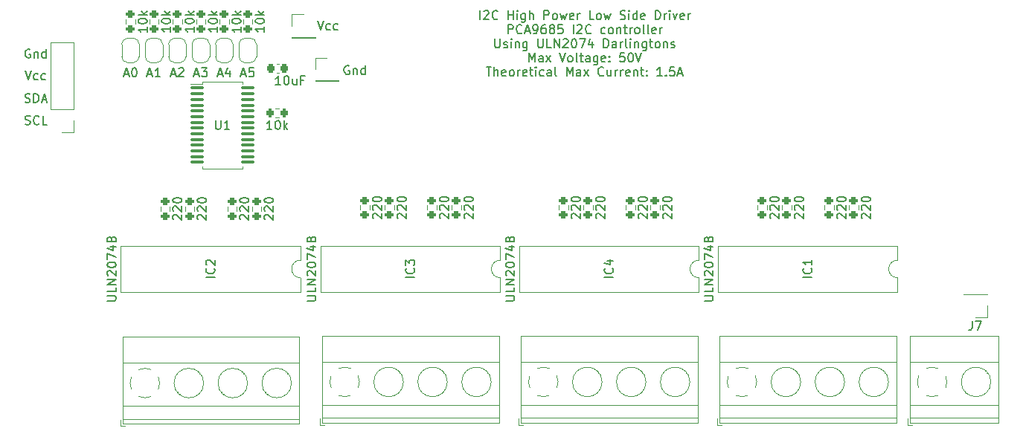
<source format=gto>
%TF.GenerationSoftware,KiCad,Pcbnew,(6.0.0)*%
%TF.CreationDate,2022-10-09T23:31:42-04:00*%
%TF.ProjectId,i2c darlington,69326320-6461-4726-9c69-6e67746f6e2e,rev?*%
%TF.SameCoordinates,Original*%
%TF.FileFunction,Legend,Top*%
%TF.FilePolarity,Positive*%
%FSLAX46Y46*%
G04 Gerber Fmt 4.6, Leading zero omitted, Abs format (unit mm)*
G04 Created by KiCad (PCBNEW (6.0.0)) date 2022-10-09 23:31:42*
%MOMM*%
%LPD*%
G01*
G04 APERTURE LIST*
G04 Aperture macros list*
%AMRoundRect*
0 Rectangle with rounded corners*
0 $1 Rounding radius*
0 $2 $3 $4 $5 $6 $7 $8 $9 X,Y pos of 4 corners*
0 Add a 4 corners polygon primitive as box body*
4,1,4,$2,$3,$4,$5,$6,$7,$8,$9,$2,$3,0*
0 Add four circle primitives for the rounded corners*
1,1,$1+$1,$2,$3*
1,1,$1+$1,$4,$5*
1,1,$1+$1,$6,$7*
1,1,$1+$1,$8,$9*
0 Add four rect primitives between the rounded corners*
20,1,$1+$1,$2,$3,$4,$5,0*
20,1,$1+$1,$4,$5,$6,$7,0*
20,1,$1+$1,$6,$7,$8,$9,0*
20,1,$1+$1,$8,$9,$2,$3,0*%
%AMFreePoly0*
4,1,22,0.500000,-0.750000,0.000000,-0.750000,0.000000,-0.745033,-0.079941,-0.743568,-0.215256,-0.701293,-0.333266,-0.622738,-0.424486,-0.514219,-0.481581,-0.384460,-0.499164,-0.250000,-0.500000,-0.250000,-0.500000,0.250000,-0.499164,0.250000,-0.499963,0.256109,-0.478152,0.396186,-0.417904,0.524511,-0.324060,0.630769,-0.204165,0.706417,-0.067858,0.745374,0.000000,0.744959,0.000000,0.750000,
0.500000,0.750000,0.500000,-0.750000,0.500000,-0.750000,$1*%
%AMFreePoly1*
4,1,20,0.000000,0.744959,0.073905,0.744508,0.209726,0.703889,0.328688,0.626782,0.421226,0.519385,0.479903,0.390333,0.500000,0.250000,0.500000,-0.250000,0.499851,-0.262216,0.476331,-0.402017,0.414519,-0.529596,0.319384,-0.634700,0.198574,-0.708877,0.061801,-0.746166,0.000000,-0.745033,0.000000,-0.750000,-0.500000,-0.750000,-0.500000,0.750000,0.000000,0.750000,0.000000,0.744959,
0.000000,0.744959,$1*%
G04 Aperture macros list end*
%ADD10C,0.150000*%
%ADD11C,0.120000*%
%ADD12FreePoly0,90.000000*%
%ADD13FreePoly1,90.000000*%
%ADD14RoundRect,0.200000X0.275000X-0.200000X0.275000X0.200000X-0.275000X0.200000X-0.275000X-0.200000X0*%
%ADD15R,1.700000X1.700000*%
%ADD16RoundRect,0.200000X-0.200000X-0.275000X0.200000X-0.275000X0.200000X0.275000X-0.200000X0.275000X0*%
%ADD17R,1.600000X1.600000*%
%ADD18O,1.600000X1.600000*%
%ADD19O,1.700000X1.700000*%
%ADD20R,2.600000X2.600000*%
%ADD21C,2.600000*%
%ADD22C,3.200000*%
%ADD23RoundRect,0.225000X-0.225000X-0.250000X0.225000X-0.250000X0.225000X0.250000X-0.225000X0.250000X0*%
%ADD24RoundRect,0.100000X-0.637500X-0.100000X0.637500X-0.100000X0.637500X0.100000X-0.637500X0.100000X0*%
G04 APERTURE END LIST*
D10*
X33067714Y-129706666D02*
X33543904Y-129706666D01*
X32972476Y-129992380D02*
X33305809Y-128992380D01*
X33639142Y-129992380D01*
X34162952Y-128992380D02*
X34258190Y-128992380D01*
X34353428Y-129040000D01*
X34401047Y-129087619D01*
X34448666Y-129182857D01*
X34496285Y-129373333D01*
X34496285Y-129611428D01*
X34448666Y-129801904D01*
X34401047Y-129897142D01*
X34353428Y-129944761D01*
X34258190Y-129992380D01*
X34162952Y-129992380D01*
X34067714Y-129944761D01*
X34020095Y-129897142D01*
X33972476Y-129801904D01*
X33924857Y-129611428D01*
X33924857Y-129373333D01*
X33972476Y-129182857D01*
X34020095Y-129087619D01*
X34067714Y-129040000D01*
X34162952Y-128992380D01*
X21809523Y-135404761D02*
X21952380Y-135452380D01*
X22190476Y-135452380D01*
X22285714Y-135404761D01*
X22333333Y-135357142D01*
X22380952Y-135261904D01*
X22380952Y-135166666D01*
X22333333Y-135071428D01*
X22285714Y-135023809D01*
X22190476Y-134976190D01*
X22000000Y-134928571D01*
X21904761Y-134880952D01*
X21857142Y-134833333D01*
X21809523Y-134738095D01*
X21809523Y-134642857D01*
X21857142Y-134547619D01*
X21904761Y-134500000D01*
X22000000Y-134452380D01*
X22238095Y-134452380D01*
X22380952Y-134500000D01*
X23380952Y-135357142D02*
X23333333Y-135404761D01*
X23190476Y-135452380D01*
X23095238Y-135452380D01*
X22952380Y-135404761D01*
X22857142Y-135309523D01*
X22809523Y-135214285D01*
X22761904Y-135023809D01*
X22761904Y-134880952D01*
X22809523Y-134690476D01*
X22857142Y-134595238D01*
X22952380Y-134500000D01*
X23095238Y-134452380D01*
X23190476Y-134452380D01*
X23333333Y-134500000D01*
X23380952Y-134547619D01*
X24285714Y-135452380D02*
X23809523Y-135452380D01*
X23809523Y-134452380D01*
X73566238Y-123470380D02*
X73566238Y-122470380D01*
X73994809Y-122565619D02*
X74042428Y-122518000D01*
X74137666Y-122470380D01*
X74375761Y-122470380D01*
X74471000Y-122518000D01*
X74518619Y-122565619D01*
X74566238Y-122660857D01*
X74566238Y-122756095D01*
X74518619Y-122898952D01*
X73947190Y-123470380D01*
X74566238Y-123470380D01*
X75566238Y-123375142D02*
X75518619Y-123422761D01*
X75375761Y-123470380D01*
X75280523Y-123470380D01*
X75137666Y-123422761D01*
X75042428Y-123327523D01*
X74994809Y-123232285D01*
X74947190Y-123041809D01*
X74947190Y-122898952D01*
X74994809Y-122708476D01*
X75042428Y-122613238D01*
X75137666Y-122518000D01*
X75280523Y-122470380D01*
X75375761Y-122470380D01*
X75518619Y-122518000D01*
X75566238Y-122565619D01*
X76756714Y-123470380D02*
X76756714Y-122470380D01*
X76756714Y-122946571D02*
X77328142Y-122946571D01*
X77328142Y-123470380D02*
X77328142Y-122470380D01*
X77804333Y-123470380D02*
X77804333Y-122803714D01*
X77804333Y-122470380D02*
X77756714Y-122518000D01*
X77804333Y-122565619D01*
X77851952Y-122518000D01*
X77804333Y-122470380D01*
X77804333Y-122565619D01*
X78709095Y-122803714D02*
X78709095Y-123613238D01*
X78661476Y-123708476D01*
X78613857Y-123756095D01*
X78518619Y-123803714D01*
X78375761Y-123803714D01*
X78280523Y-123756095D01*
X78709095Y-123422761D02*
X78613857Y-123470380D01*
X78423380Y-123470380D01*
X78328142Y-123422761D01*
X78280523Y-123375142D01*
X78232904Y-123279904D01*
X78232904Y-122994190D01*
X78280523Y-122898952D01*
X78328142Y-122851333D01*
X78423380Y-122803714D01*
X78613857Y-122803714D01*
X78709095Y-122851333D01*
X79185285Y-123470380D02*
X79185285Y-122470380D01*
X79613857Y-123470380D02*
X79613857Y-122946571D01*
X79566238Y-122851333D01*
X79471000Y-122803714D01*
X79328142Y-122803714D01*
X79232904Y-122851333D01*
X79185285Y-122898952D01*
X80851952Y-123470380D02*
X80851952Y-122470380D01*
X81232904Y-122470380D01*
X81328142Y-122518000D01*
X81375761Y-122565619D01*
X81423380Y-122660857D01*
X81423380Y-122803714D01*
X81375761Y-122898952D01*
X81328142Y-122946571D01*
X81232904Y-122994190D01*
X80851952Y-122994190D01*
X81994809Y-123470380D02*
X81899571Y-123422761D01*
X81851952Y-123375142D01*
X81804333Y-123279904D01*
X81804333Y-122994190D01*
X81851952Y-122898952D01*
X81899571Y-122851333D01*
X81994809Y-122803714D01*
X82137666Y-122803714D01*
X82232904Y-122851333D01*
X82280523Y-122898952D01*
X82328142Y-122994190D01*
X82328142Y-123279904D01*
X82280523Y-123375142D01*
X82232904Y-123422761D01*
X82137666Y-123470380D01*
X81994809Y-123470380D01*
X82661476Y-122803714D02*
X82851952Y-123470380D01*
X83042428Y-122994190D01*
X83232904Y-123470380D01*
X83423380Y-122803714D01*
X84185285Y-123422761D02*
X84090047Y-123470380D01*
X83899571Y-123470380D01*
X83804333Y-123422761D01*
X83756714Y-123327523D01*
X83756714Y-122946571D01*
X83804333Y-122851333D01*
X83899571Y-122803714D01*
X84090047Y-122803714D01*
X84185285Y-122851333D01*
X84232904Y-122946571D01*
X84232904Y-123041809D01*
X83756714Y-123137047D01*
X84661476Y-123470380D02*
X84661476Y-122803714D01*
X84661476Y-122994190D02*
X84709095Y-122898952D01*
X84756714Y-122851333D01*
X84851952Y-122803714D01*
X84947190Y-122803714D01*
X86518619Y-123470380D02*
X86042428Y-123470380D01*
X86042428Y-122470380D01*
X86994809Y-123470380D02*
X86899571Y-123422761D01*
X86851952Y-123375142D01*
X86804333Y-123279904D01*
X86804333Y-122994190D01*
X86851952Y-122898952D01*
X86899571Y-122851333D01*
X86994809Y-122803714D01*
X87137666Y-122803714D01*
X87232904Y-122851333D01*
X87280523Y-122898952D01*
X87328142Y-122994190D01*
X87328142Y-123279904D01*
X87280523Y-123375142D01*
X87232904Y-123422761D01*
X87137666Y-123470380D01*
X86994809Y-123470380D01*
X87661476Y-122803714D02*
X87851952Y-123470380D01*
X88042428Y-122994190D01*
X88232904Y-123470380D01*
X88423380Y-122803714D01*
X89518619Y-123422761D02*
X89661476Y-123470380D01*
X89899571Y-123470380D01*
X89994809Y-123422761D01*
X90042428Y-123375142D01*
X90090047Y-123279904D01*
X90090047Y-123184666D01*
X90042428Y-123089428D01*
X89994809Y-123041809D01*
X89899571Y-122994190D01*
X89709095Y-122946571D01*
X89613857Y-122898952D01*
X89566238Y-122851333D01*
X89518619Y-122756095D01*
X89518619Y-122660857D01*
X89566238Y-122565619D01*
X89613857Y-122518000D01*
X89709095Y-122470380D01*
X89947190Y-122470380D01*
X90090047Y-122518000D01*
X90518619Y-123470380D02*
X90518619Y-122803714D01*
X90518619Y-122470380D02*
X90470999Y-122518000D01*
X90518619Y-122565619D01*
X90566238Y-122518000D01*
X90518619Y-122470380D01*
X90518619Y-122565619D01*
X91423380Y-123470380D02*
X91423380Y-122470380D01*
X91423380Y-123422761D02*
X91328142Y-123470380D01*
X91137666Y-123470380D01*
X91042428Y-123422761D01*
X90994809Y-123375142D01*
X90947190Y-123279904D01*
X90947190Y-122994190D01*
X90994809Y-122898952D01*
X91042428Y-122851333D01*
X91137666Y-122803714D01*
X91328142Y-122803714D01*
X91423380Y-122851333D01*
X92280523Y-123422761D02*
X92185285Y-123470380D01*
X91994809Y-123470380D01*
X91899571Y-123422761D01*
X91851952Y-123327523D01*
X91851952Y-122946571D01*
X91899571Y-122851333D01*
X91994809Y-122803714D01*
X92185285Y-122803714D01*
X92280523Y-122851333D01*
X92328142Y-122946571D01*
X92328142Y-123041809D01*
X91851952Y-123137047D01*
X93518619Y-123470380D02*
X93518619Y-122470380D01*
X93756714Y-122470380D01*
X93899571Y-122518000D01*
X93994809Y-122613238D01*
X94042428Y-122708476D01*
X94090047Y-122898952D01*
X94090047Y-123041809D01*
X94042428Y-123232285D01*
X93994809Y-123327523D01*
X93899571Y-123422761D01*
X93756714Y-123470380D01*
X93518619Y-123470380D01*
X94518619Y-123470380D02*
X94518619Y-122803714D01*
X94518619Y-122994190D02*
X94566238Y-122898952D01*
X94613857Y-122851333D01*
X94709095Y-122803714D01*
X94804333Y-122803714D01*
X95137666Y-123470380D02*
X95137666Y-122803714D01*
X95137666Y-122470380D02*
X95090047Y-122518000D01*
X95137666Y-122565619D01*
X95185285Y-122518000D01*
X95137666Y-122470380D01*
X95137666Y-122565619D01*
X95518619Y-122803714D02*
X95756714Y-123470380D01*
X95994809Y-122803714D01*
X96756714Y-123422761D02*
X96661476Y-123470380D01*
X96470999Y-123470380D01*
X96375761Y-123422761D01*
X96328142Y-123327523D01*
X96328142Y-122946571D01*
X96375761Y-122851333D01*
X96470999Y-122803714D01*
X96661476Y-122803714D01*
X96756714Y-122851333D01*
X96804333Y-122946571D01*
X96804333Y-123041809D01*
X96328142Y-123137047D01*
X97232904Y-123470380D02*
X97232904Y-122803714D01*
X97232904Y-122994190D02*
X97280523Y-122898952D01*
X97328142Y-122851333D01*
X97423380Y-122803714D01*
X97518619Y-122803714D01*
X76756714Y-125080380D02*
X76756714Y-124080380D01*
X77137666Y-124080380D01*
X77232904Y-124128000D01*
X77280523Y-124175619D01*
X77328142Y-124270857D01*
X77328142Y-124413714D01*
X77280523Y-124508952D01*
X77232904Y-124556571D01*
X77137666Y-124604190D01*
X76756714Y-124604190D01*
X78328142Y-124985142D02*
X78280523Y-125032761D01*
X78137666Y-125080380D01*
X78042428Y-125080380D01*
X77899571Y-125032761D01*
X77804333Y-124937523D01*
X77756714Y-124842285D01*
X77709095Y-124651809D01*
X77709095Y-124508952D01*
X77756714Y-124318476D01*
X77804333Y-124223238D01*
X77899571Y-124128000D01*
X78042428Y-124080380D01*
X78137666Y-124080380D01*
X78280523Y-124128000D01*
X78328142Y-124175619D01*
X78709095Y-124794666D02*
X79185285Y-124794666D01*
X78613857Y-125080380D02*
X78947190Y-124080380D01*
X79280523Y-125080380D01*
X79661476Y-125080380D02*
X79851952Y-125080380D01*
X79947190Y-125032761D01*
X79994809Y-124985142D01*
X80090047Y-124842285D01*
X80137666Y-124651809D01*
X80137666Y-124270857D01*
X80090047Y-124175619D01*
X80042428Y-124128000D01*
X79947190Y-124080380D01*
X79756714Y-124080380D01*
X79661476Y-124128000D01*
X79613857Y-124175619D01*
X79566238Y-124270857D01*
X79566238Y-124508952D01*
X79613857Y-124604190D01*
X79661476Y-124651809D01*
X79756714Y-124699428D01*
X79947190Y-124699428D01*
X80042428Y-124651809D01*
X80090047Y-124604190D01*
X80137666Y-124508952D01*
X80994809Y-124080380D02*
X80804333Y-124080380D01*
X80709095Y-124128000D01*
X80661476Y-124175619D01*
X80566238Y-124318476D01*
X80518619Y-124508952D01*
X80518619Y-124889904D01*
X80566238Y-124985142D01*
X80613857Y-125032761D01*
X80709095Y-125080380D01*
X80899571Y-125080380D01*
X80994809Y-125032761D01*
X81042428Y-124985142D01*
X81090047Y-124889904D01*
X81090047Y-124651809D01*
X81042428Y-124556571D01*
X80994809Y-124508952D01*
X80899571Y-124461333D01*
X80709095Y-124461333D01*
X80613857Y-124508952D01*
X80566238Y-124556571D01*
X80518619Y-124651809D01*
X81661476Y-124508952D02*
X81566238Y-124461333D01*
X81518619Y-124413714D01*
X81471000Y-124318476D01*
X81471000Y-124270857D01*
X81518619Y-124175619D01*
X81566238Y-124128000D01*
X81661476Y-124080380D01*
X81851952Y-124080380D01*
X81947190Y-124128000D01*
X81994809Y-124175619D01*
X82042428Y-124270857D01*
X82042428Y-124318476D01*
X81994809Y-124413714D01*
X81947190Y-124461333D01*
X81851952Y-124508952D01*
X81661476Y-124508952D01*
X81566238Y-124556571D01*
X81518619Y-124604190D01*
X81471000Y-124699428D01*
X81471000Y-124889904D01*
X81518619Y-124985142D01*
X81566238Y-125032761D01*
X81661476Y-125080380D01*
X81851952Y-125080380D01*
X81947190Y-125032761D01*
X81994809Y-124985142D01*
X82042428Y-124889904D01*
X82042428Y-124699428D01*
X81994809Y-124604190D01*
X81947190Y-124556571D01*
X81851952Y-124508952D01*
X82947190Y-124080380D02*
X82471000Y-124080380D01*
X82423380Y-124556571D01*
X82471000Y-124508952D01*
X82566238Y-124461333D01*
X82804333Y-124461333D01*
X82899571Y-124508952D01*
X82947190Y-124556571D01*
X82994809Y-124651809D01*
X82994809Y-124889904D01*
X82947190Y-124985142D01*
X82899571Y-125032761D01*
X82804333Y-125080380D01*
X82566238Y-125080380D01*
X82471000Y-125032761D01*
X82423380Y-124985142D01*
X84185285Y-125080380D02*
X84185285Y-124080380D01*
X84613857Y-124175619D02*
X84661476Y-124128000D01*
X84756714Y-124080380D01*
X84994809Y-124080380D01*
X85090047Y-124128000D01*
X85137666Y-124175619D01*
X85185285Y-124270857D01*
X85185285Y-124366095D01*
X85137666Y-124508952D01*
X84566238Y-125080380D01*
X85185285Y-125080380D01*
X86185285Y-124985142D02*
X86137666Y-125032761D01*
X85994809Y-125080380D01*
X85899571Y-125080380D01*
X85756714Y-125032761D01*
X85661476Y-124937523D01*
X85613857Y-124842285D01*
X85566238Y-124651809D01*
X85566238Y-124508952D01*
X85613857Y-124318476D01*
X85661476Y-124223238D01*
X85756714Y-124128000D01*
X85899571Y-124080380D01*
X85994809Y-124080380D01*
X86137666Y-124128000D01*
X86185285Y-124175619D01*
X87804333Y-125032761D02*
X87709095Y-125080380D01*
X87518619Y-125080380D01*
X87423380Y-125032761D01*
X87375761Y-124985142D01*
X87328142Y-124889904D01*
X87328142Y-124604190D01*
X87375761Y-124508952D01*
X87423380Y-124461333D01*
X87518619Y-124413714D01*
X87709095Y-124413714D01*
X87804333Y-124461333D01*
X88375761Y-125080380D02*
X88280523Y-125032761D01*
X88232904Y-124985142D01*
X88185285Y-124889904D01*
X88185285Y-124604190D01*
X88232904Y-124508952D01*
X88280523Y-124461333D01*
X88375761Y-124413714D01*
X88518619Y-124413714D01*
X88613857Y-124461333D01*
X88661476Y-124508952D01*
X88709095Y-124604190D01*
X88709095Y-124889904D01*
X88661476Y-124985142D01*
X88613857Y-125032761D01*
X88518619Y-125080380D01*
X88375761Y-125080380D01*
X89137666Y-124413714D02*
X89137666Y-125080380D01*
X89137666Y-124508952D02*
X89185285Y-124461333D01*
X89280523Y-124413714D01*
X89423380Y-124413714D01*
X89518619Y-124461333D01*
X89566238Y-124556571D01*
X89566238Y-125080380D01*
X89899571Y-124413714D02*
X90280523Y-124413714D01*
X90042428Y-124080380D02*
X90042428Y-124937523D01*
X90090047Y-125032761D01*
X90185285Y-125080380D01*
X90280523Y-125080380D01*
X90613857Y-125080380D02*
X90613857Y-124413714D01*
X90613857Y-124604190D02*
X90661476Y-124508952D01*
X90709095Y-124461333D01*
X90804333Y-124413714D01*
X90899571Y-124413714D01*
X91375761Y-125080380D02*
X91280523Y-125032761D01*
X91232904Y-124985142D01*
X91185285Y-124889904D01*
X91185285Y-124604190D01*
X91232904Y-124508952D01*
X91280523Y-124461333D01*
X91375761Y-124413714D01*
X91518619Y-124413714D01*
X91613857Y-124461333D01*
X91661476Y-124508952D01*
X91709095Y-124604190D01*
X91709095Y-124889904D01*
X91661476Y-124985142D01*
X91613857Y-125032761D01*
X91518619Y-125080380D01*
X91375761Y-125080380D01*
X92280523Y-125080380D02*
X92185285Y-125032761D01*
X92137666Y-124937523D01*
X92137666Y-124080380D01*
X92804333Y-125080380D02*
X92709095Y-125032761D01*
X92661476Y-124937523D01*
X92661476Y-124080380D01*
X93566238Y-125032761D02*
X93471000Y-125080380D01*
X93280523Y-125080380D01*
X93185285Y-125032761D01*
X93137666Y-124937523D01*
X93137666Y-124556571D01*
X93185285Y-124461333D01*
X93280523Y-124413714D01*
X93471000Y-124413714D01*
X93566238Y-124461333D01*
X93613857Y-124556571D01*
X93613857Y-124651809D01*
X93137666Y-124747047D01*
X94042428Y-125080380D02*
X94042428Y-124413714D01*
X94042428Y-124604190D02*
X94090047Y-124508952D01*
X94137666Y-124461333D01*
X94232904Y-124413714D01*
X94328142Y-124413714D01*
X75256714Y-125690380D02*
X75256714Y-126499904D01*
X75304333Y-126595142D01*
X75351952Y-126642761D01*
X75447190Y-126690380D01*
X75637666Y-126690380D01*
X75732904Y-126642761D01*
X75780523Y-126595142D01*
X75828142Y-126499904D01*
X75828142Y-125690380D01*
X76256714Y-126642761D02*
X76351952Y-126690380D01*
X76542428Y-126690380D01*
X76637666Y-126642761D01*
X76685285Y-126547523D01*
X76685285Y-126499904D01*
X76637666Y-126404666D01*
X76542428Y-126357047D01*
X76399571Y-126357047D01*
X76304333Y-126309428D01*
X76256714Y-126214190D01*
X76256714Y-126166571D01*
X76304333Y-126071333D01*
X76399571Y-126023714D01*
X76542428Y-126023714D01*
X76637666Y-126071333D01*
X77113857Y-126690380D02*
X77113857Y-126023714D01*
X77113857Y-125690380D02*
X77066238Y-125738000D01*
X77113857Y-125785619D01*
X77161476Y-125738000D01*
X77113857Y-125690380D01*
X77113857Y-125785619D01*
X77590047Y-126023714D02*
X77590047Y-126690380D01*
X77590047Y-126118952D02*
X77637666Y-126071333D01*
X77732904Y-126023714D01*
X77875761Y-126023714D01*
X77971000Y-126071333D01*
X78018619Y-126166571D01*
X78018619Y-126690380D01*
X78923380Y-126023714D02*
X78923380Y-126833238D01*
X78875761Y-126928476D01*
X78828142Y-126976095D01*
X78732904Y-127023714D01*
X78590047Y-127023714D01*
X78494809Y-126976095D01*
X78923380Y-126642761D02*
X78828142Y-126690380D01*
X78637666Y-126690380D01*
X78542428Y-126642761D01*
X78494809Y-126595142D01*
X78447190Y-126499904D01*
X78447190Y-126214190D01*
X78494809Y-126118952D01*
X78542428Y-126071333D01*
X78637666Y-126023714D01*
X78828142Y-126023714D01*
X78923380Y-126071333D01*
X80161476Y-125690380D02*
X80161476Y-126499904D01*
X80209095Y-126595142D01*
X80256714Y-126642761D01*
X80351952Y-126690380D01*
X80542428Y-126690380D01*
X80637666Y-126642761D01*
X80685285Y-126595142D01*
X80732904Y-126499904D01*
X80732904Y-125690380D01*
X81685285Y-126690380D02*
X81209095Y-126690380D01*
X81209095Y-125690380D01*
X82018619Y-126690380D02*
X82018619Y-125690380D01*
X82590047Y-126690380D01*
X82590047Y-125690380D01*
X83018619Y-125785619D02*
X83066238Y-125738000D01*
X83161476Y-125690380D01*
X83399571Y-125690380D01*
X83494809Y-125738000D01*
X83542428Y-125785619D01*
X83590047Y-125880857D01*
X83590047Y-125976095D01*
X83542428Y-126118952D01*
X82971000Y-126690380D01*
X83590047Y-126690380D01*
X84209095Y-125690380D02*
X84304333Y-125690380D01*
X84399571Y-125738000D01*
X84447190Y-125785619D01*
X84494809Y-125880857D01*
X84542428Y-126071333D01*
X84542428Y-126309428D01*
X84494809Y-126499904D01*
X84447190Y-126595142D01*
X84399571Y-126642761D01*
X84304333Y-126690380D01*
X84209095Y-126690380D01*
X84113857Y-126642761D01*
X84066238Y-126595142D01*
X84018619Y-126499904D01*
X83971000Y-126309428D01*
X83971000Y-126071333D01*
X84018619Y-125880857D01*
X84066238Y-125785619D01*
X84113857Y-125738000D01*
X84209095Y-125690380D01*
X84875761Y-125690380D02*
X85542428Y-125690380D01*
X85113857Y-126690380D01*
X86351952Y-126023714D02*
X86351952Y-126690380D01*
X86113857Y-125642761D02*
X85875761Y-126357047D01*
X86494809Y-126357047D01*
X87637666Y-126690380D02*
X87637666Y-125690380D01*
X87875761Y-125690380D01*
X88018619Y-125738000D01*
X88113857Y-125833238D01*
X88161476Y-125928476D01*
X88209095Y-126118952D01*
X88209095Y-126261809D01*
X88161476Y-126452285D01*
X88113857Y-126547523D01*
X88018619Y-126642761D01*
X87875761Y-126690380D01*
X87637666Y-126690380D01*
X89066238Y-126690380D02*
X89066238Y-126166571D01*
X89018619Y-126071333D01*
X88923380Y-126023714D01*
X88732904Y-126023714D01*
X88637666Y-126071333D01*
X89066238Y-126642761D02*
X88971000Y-126690380D01*
X88732904Y-126690380D01*
X88637666Y-126642761D01*
X88590047Y-126547523D01*
X88590047Y-126452285D01*
X88637666Y-126357047D01*
X88732904Y-126309428D01*
X88971000Y-126309428D01*
X89066238Y-126261809D01*
X89542428Y-126690380D02*
X89542428Y-126023714D01*
X89542428Y-126214190D02*
X89590047Y-126118952D01*
X89637666Y-126071333D01*
X89732904Y-126023714D01*
X89828142Y-126023714D01*
X90304333Y-126690380D02*
X90209095Y-126642761D01*
X90161476Y-126547523D01*
X90161476Y-125690380D01*
X90685285Y-126690380D02*
X90685285Y-126023714D01*
X90685285Y-125690380D02*
X90637666Y-125738000D01*
X90685285Y-125785619D01*
X90732904Y-125738000D01*
X90685285Y-125690380D01*
X90685285Y-125785619D01*
X91161476Y-126023714D02*
X91161476Y-126690380D01*
X91161476Y-126118952D02*
X91209095Y-126071333D01*
X91304333Y-126023714D01*
X91447190Y-126023714D01*
X91542428Y-126071333D01*
X91590047Y-126166571D01*
X91590047Y-126690380D01*
X92494809Y-126023714D02*
X92494809Y-126833238D01*
X92447190Y-126928476D01*
X92399571Y-126976095D01*
X92304333Y-127023714D01*
X92161476Y-127023714D01*
X92066238Y-126976095D01*
X92494809Y-126642761D02*
X92399571Y-126690380D01*
X92209095Y-126690380D01*
X92113857Y-126642761D01*
X92066238Y-126595142D01*
X92018619Y-126499904D01*
X92018619Y-126214190D01*
X92066238Y-126118952D01*
X92113857Y-126071333D01*
X92209095Y-126023714D01*
X92399571Y-126023714D01*
X92494809Y-126071333D01*
X92828142Y-126023714D02*
X93209095Y-126023714D01*
X92971000Y-125690380D02*
X92971000Y-126547523D01*
X93018619Y-126642761D01*
X93113857Y-126690380D01*
X93209095Y-126690380D01*
X93685285Y-126690380D02*
X93590047Y-126642761D01*
X93542428Y-126595142D01*
X93494809Y-126499904D01*
X93494809Y-126214190D01*
X93542428Y-126118952D01*
X93590047Y-126071333D01*
X93685285Y-126023714D01*
X93828142Y-126023714D01*
X93923380Y-126071333D01*
X93971000Y-126118952D01*
X94018619Y-126214190D01*
X94018619Y-126499904D01*
X93971000Y-126595142D01*
X93923380Y-126642761D01*
X93828142Y-126690380D01*
X93685285Y-126690380D01*
X94447190Y-126023714D02*
X94447190Y-126690380D01*
X94447190Y-126118952D02*
X94494809Y-126071333D01*
X94590047Y-126023714D01*
X94732904Y-126023714D01*
X94828142Y-126071333D01*
X94875761Y-126166571D01*
X94875761Y-126690380D01*
X95304333Y-126642761D02*
X95399571Y-126690380D01*
X95590047Y-126690380D01*
X95685285Y-126642761D01*
X95732904Y-126547523D01*
X95732904Y-126499904D01*
X95685285Y-126404666D01*
X95590047Y-126357047D01*
X95447190Y-126357047D01*
X95351952Y-126309428D01*
X95304333Y-126214190D01*
X95304333Y-126166571D01*
X95351952Y-126071333D01*
X95447190Y-126023714D01*
X95590047Y-126023714D01*
X95685285Y-126071333D01*
X79137666Y-128300380D02*
X79137666Y-127300380D01*
X79471000Y-128014666D01*
X79804333Y-127300380D01*
X79804333Y-128300380D01*
X80709095Y-128300380D02*
X80709095Y-127776571D01*
X80661476Y-127681333D01*
X80566238Y-127633714D01*
X80375761Y-127633714D01*
X80280523Y-127681333D01*
X80709095Y-128252761D02*
X80613857Y-128300380D01*
X80375761Y-128300380D01*
X80280523Y-128252761D01*
X80232904Y-128157523D01*
X80232904Y-128062285D01*
X80280523Y-127967047D01*
X80375761Y-127919428D01*
X80613857Y-127919428D01*
X80709095Y-127871809D01*
X81090047Y-128300380D02*
X81613857Y-127633714D01*
X81090047Y-127633714D02*
X81613857Y-128300380D01*
X82613857Y-127300380D02*
X82947190Y-128300380D01*
X83280523Y-127300380D01*
X83756714Y-128300380D02*
X83661476Y-128252761D01*
X83613857Y-128205142D01*
X83566238Y-128109904D01*
X83566238Y-127824190D01*
X83613857Y-127728952D01*
X83661476Y-127681333D01*
X83756714Y-127633714D01*
X83899571Y-127633714D01*
X83994809Y-127681333D01*
X84042428Y-127728952D01*
X84090047Y-127824190D01*
X84090047Y-128109904D01*
X84042428Y-128205142D01*
X83994809Y-128252761D01*
X83899571Y-128300380D01*
X83756714Y-128300380D01*
X84661476Y-128300380D02*
X84566238Y-128252761D01*
X84518619Y-128157523D01*
X84518619Y-127300380D01*
X84899571Y-127633714D02*
X85280523Y-127633714D01*
X85042428Y-127300380D02*
X85042428Y-128157523D01*
X85090047Y-128252761D01*
X85185285Y-128300380D01*
X85280523Y-128300380D01*
X86042428Y-128300380D02*
X86042428Y-127776571D01*
X85994809Y-127681333D01*
X85899571Y-127633714D01*
X85709095Y-127633714D01*
X85613857Y-127681333D01*
X86042428Y-128252761D02*
X85947190Y-128300380D01*
X85709095Y-128300380D01*
X85613857Y-128252761D01*
X85566238Y-128157523D01*
X85566238Y-128062285D01*
X85613857Y-127967047D01*
X85709095Y-127919428D01*
X85947190Y-127919428D01*
X86042428Y-127871809D01*
X86947190Y-127633714D02*
X86947190Y-128443238D01*
X86899571Y-128538476D01*
X86851952Y-128586095D01*
X86756714Y-128633714D01*
X86613857Y-128633714D01*
X86518619Y-128586095D01*
X86947190Y-128252761D02*
X86851952Y-128300380D01*
X86661476Y-128300380D01*
X86566238Y-128252761D01*
X86518619Y-128205142D01*
X86471000Y-128109904D01*
X86471000Y-127824190D01*
X86518619Y-127728952D01*
X86566238Y-127681333D01*
X86661476Y-127633714D01*
X86851952Y-127633714D01*
X86947190Y-127681333D01*
X87804333Y-128252761D02*
X87709095Y-128300380D01*
X87518619Y-128300380D01*
X87423380Y-128252761D01*
X87375761Y-128157523D01*
X87375761Y-127776571D01*
X87423380Y-127681333D01*
X87518619Y-127633714D01*
X87709095Y-127633714D01*
X87804333Y-127681333D01*
X87851952Y-127776571D01*
X87851952Y-127871809D01*
X87375761Y-127967047D01*
X88280523Y-128205142D02*
X88328142Y-128252761D01*
X88280523Y-128300380D01*
X88232904Y-128252761D01*
X88280523Y-128205142D01*
X88280523Y-128300380D01*
X88280523Y-127681333D02*
X88328142Y-127728952D01*
X88280523Y-127776571D01*
X88232904Y-127728952D01*
X88280523Y-127681333D01*
X88280523Y-127776571D01*
X89994809Y-127300380D02*
X89518619Y-127300380D01*
X89471000Y-127776571D01*
X89518619Y-127728952D01*
X89613857Y-127681333D01*
X89851952Y-127681333D01*
X89947190Y-127728952D01*
X89994809Y-127776571D01*
X90042428Y-127871809D01*
X90042428Y-128109904D01*
X89994809Y-128205142D01*
X89947190Y-128252761D01*
X89851952Y-128300380D01*
X89613857Y-128300380D01*
X89518619Y-128252761D01*
X89471000Y-128205142D01*
X90661476Y-127300380D02*
X90756714Y-127300380D01*
X90851952Y-127348000D01*
X90899571Y-127395619D01*
X90947190Y-127490857D01*
X90994809Y-127681333D01*
X90994809Y-127919428D01*
X90947190Y-128109904D01*
X90899571Y-128205142D01*
X90851952Y-128252761D01*
X90756714Y-128300380D01*
X90661476Y-128300380D01*
X90566238Y-128252761D01*
X90518619Y-128205142D01*
X90471000Y-128109904D01*
X90423380Y-127919428D01*
X90423380Y-127681333D01*
X90471000Y-127490857D01*
X90518619Y-127395619D01*
X90566238Y-127348000D01*
X90661476Y-127300380D01*
X91280523Y-127300380D02*
X91613857Y-128300380D01*
X91947190Y-127300380D01*
X74280523Y-128910380D02*
X74851952Y-128910380D01*
X74566238Y-129910380D02*
X74566238Y-128910380D01*
X75185285Y-129910380D02*
X75185285Y-128910380D01*
X75613857Y-129910380D02*
X75613857Y-129386571D01*
X75566238Y-129291333D01*
X75471000Y-129243714D01*
X75328142Y-129243714D01*
X75232904Y-129291333D01*
X75185285Y-129338952D01*
X76471000Y-129862761D02*
X76375761Y-129910380D01*
X76185285Y-129910380D01*
X76090047Y-129862761D01*
X76042428Y-129767523D01*
X76042428Y-129386571D01*
X76090047Y-129291333D01*
X76185285Y-129243714D01*
X76375761Y-129243714D01*
X76471000Y-129291333D01*
X76518619Y-129386571D01*
X76518619Y-129481809D01*
X76042428Y-129577047D01*
X77090047Y-129910380D02*
X76994809Y-129862761D01*
X76947190Y-129815142D01*
X76899571Y-129719904D01*
X76899571Y-129434190D01*
X76947190Y-129338952D01*
X76994809Y-129291333D01*
X77090047Y-129243714D01*
X77232904Y-129243714D01*
X77328142Y-129291333D01*
X77375761Y-129338952D01*
X77423380Y-129434190D01*
X77423380Y-129719904D01*
X77375761Y-129815142D01*
X77328142Y-129862761D01*
X77232904Y-129910380D01*
X77090047Y-129910380D01*
X77851952Y-129910380D02*
X77851952Y-129243714D01*
X77851952Y-129434190D02*
X77899571Y-129338952D01*
X77947190Y-129291333D01*
X78042428Y-129243714D01*
X78137666Y-129243714D01*
X78851952Y-129862761D02*
X78756714Y-129910380D01*
X78566238Y-129910380D01*
X78471000Y-129862761D01*
X78423380Y-129767523D01*
X78423380Y-129386571D01*
X78471000Y-129291333D01*
X78566238Y-129243714D01*
X78756714Y-129243714D01*
X78851952Y-129291333D01*
X78899571Y-129386571D01*
X78899571Y-129481809D01*
X78423380Y-129577047D01*
X79185285Y-129243714D02*
X79566238Y-129243714D01*
X79328142Y-128910380D02*
X79328142Y-129767523D01*
X79375761Y-129862761D01*
X79471000Y-129910380D01*
X79566238Y-129910380D01*
X79899571Y-129910380D02*
X79899571Y-129243714D01*
X79899571Y-128910380D02*
X79851952Y-128958000D01*
X79899571Y-129005619D01*
X79947190Y-128958000D01*
X79899571Y-128910380D01*
X79899571Y-129005619D01*
X80804333Y-129862761D02*
X80709095Y-129910380D01*
X80518619Y-129910380D01*
X80423380Y-129862761D01*
X80375761Y-129815142D01*
X80328142Y-129719904D01*
X80328142Y-129434190D01*
X80375761Y-129338952D01*
X80423380Y-129291333D01*
X80518619Y-129243714D01*
X80709095Y-129243714D01*
X80804333Y-129291333D01*
X81661476Y-129910380D02*
X81661476Y-129386571D01*
X81613857Y-129291333D01*
X81518619Y-129243714D01*
X81328142Y-129243714D01*
X81232904Y-129291333D01*
X81661476Y-129862761D02*
X81566238Y-129910380D01*
X81328142Y-129910380D01*
X81232904Y-129862761D01*
X81185285Y-129767523D01*
X81185285Y-129672285D01*
X81232904Y-129577047D01*
X81328142Y-129529428D01*
X81566238Y-129529428D01*
X81661476Y-129481809D01*
X82280523Y-129910380D02*
X82185285Y-129862761D01*
X82137666Y-129767523D01*
X82137666Y-128910380D01*
X83423380Y-129910380D02*
X83423380Y-128910380D01*
X83756714Y-129624666D01*
X84090047Y-128910380D01*
X84090047Y-129910380D01*
X84994809Y-129910380D02*
X84994809Y-129386571D01*
X84947190Y-129291333D01*
X84851952Y-129243714D01*
X84661476Y-129243714D01*
X84566238Y-129291333D01*
X84994809Y-129862761D02*
X84899571Y-129910380D01*
X84661476Y-129910380D01*
X84566238Y-129862761D01*
X84518619Y-129767523D01*
X84518619Y-129672285D01*
X84566238Y-129577047D01*
X84661476Y-129529428D01*
X84899571Y-129529428D01*
X84994809Y-129481809D01*
X85375761Y-129910380D02*
X85899571Y-129243714D01*
X85375761Y-129243714D02*
X85899571Y-129910380D01*
X87613857Y-129815142D02*
X87566238Y-129862761D01*
X87423380Y-129910380D01*
X87328142Y-129910380D01*
X87185285Y-129862761D01*
X87090047Y-129767523D01*
X87042428Y-129672285D01*
X86994809Y-129481809D01*
X86994809Y-129338952D01*
X87042428Y-129148476D01*
X87090047Y-129053238D01*
X87185285Y-128958000D01*
X87328142Y-128910380D01*
X87423380Y-128910380D01*
X87566238Y-128958000D01*
X87613857Y-129005619D01*
X88471000Y-129243714D02*
X88471000Y-129910380D01*
X88042428Y-129243714D02*
X88042428Y-129767523D01*
X88090047Y-129862761D01*
X88185285Y-129910380D01*
X88328142Y-129910380D01*
X88423380Y-129862761D01*
X88471000Y-129815142D01*
X88947190Y-129910380D02*
X88947190Y-129243714D01*
X88947190Y-129434190D02*
X88994809Y-129338952D01*
X89042428Y-129291333D01*
X89137666Y-129243714D01*
X89232904Y-129243714D01*
X89566238Y-129910380D02*
X89566238Y-129243714D01*
X89566238Y-129434190D02*
X89613857Y-129338952D01*
X89661476Y-129291333D01*
X89756714Y-129243714D01*
X89851952Y-129243714D01*
X90566238Y-129862761D02*
X90471000Y-129910380D01*
X90280523Y-129910380D01*
X90185285Y-129862761D01*
X90137666Y-129767523D01*
X90137666Y-129386571D01*
X90185285Y-129291333D01*
X90280523Y-129243714D01*
X90471000Y-129243714D01*
X90566238Y-129291333D01*
X90613857Y-129386571D01*
X90613857Y-129481809D01*
X90137666Y-129577047D01*
X91042428Y-129243714D02*
X91042428Y-129910380D01*
X91042428Y-129338952D02*
X91090047Y-129291333D01*
X91185285Y-129243714D01*
X91328142Y-129243714D01*
X91423380Y-129291333D01*
X91471000Y-129386571D01*
X91471000Y-129910380D01*
X91804333Y-129243714D02*
X92185285Y-129243714D01*
X91947190Y-128910380D02*
X91947190Y-129767523D01*
X91994809Y-129862761D01*
X92090047Y-129910380D01*
X92185285Y-129910380D01*
X92518619Y-129815142D02*
X92566238Y-129862761D01*
X92518619Y-129910380D01*
X92471000Y-129862761D01*
X92518619Y-129815142D01*
X92518619Y-129910380D01*
X92518619Y-129291333D02*
X92566238Y-129338952D01*
X92518619Y-129386571D01*
X92471000Y-129338952D01*
X92518619Y-129291333D01*
X92518619Y-129386571D01*
X94280523Y-129910380D02*
X93709095Y-129910380D01*
X93994809Y-129910380D02*
X93994809Y-128910380D01*
X93899571Y-129053238D01*
X93804333Y-129148476D01*
X93709095Y-129196095D01*
X94709095Y-129815142D02*
X94756714Y-129862761D01*
X94709095Y-129910380D01*
X94661476Y-129862761D01*
X94709095Y-129815142D01*
X94709095Y-129910380D01*
X95661476Y-128910380D02*
X95185285Y-128910380D01*
X95137666Y-129386571D01*
X95185285Y-129338952D01*
X95280523Y-129291333D01*
X95518619Y-129291333D01*
X95613857Y-129338952D01*
X95661476Y-129386571D01*
X95709095Y-129481809D01*
X95709095Y-129719904D01*
X95661476Y-129815142D01*
X95613857Y-129862761D01*
X95518619Y-129910380D01*
X95280523Y-129910380D01*
X95185285Y-129862761D01*
X95137666Y-129815142D01*
X96090047Y-129624666D02*
X96566238Y-129624666D01*
X95994809Y-129910380D02*
X96328142Y-128910380D01*
X96661476Y-129910380D01*
X21809523Y-129343380D02*
X22142857Y-130343380D01*
X22476190Y-129343380D01*
X23238095Y-130295761D02*
X23142857Y-130343380D01*
X22952380Y-130343380D01*
X22857142Y-130295761D01*
X22809523Y-130248142D01*
X22761904Y-130152904D01*
X22761904Y-129867190D01*
X22809523Y-129771952D01*
X22857142Y-129724333D01*
X22952380Y-129676714D01*
X23142857Y-129676714D01*
X23238095Y-129724333D01*
X24095238Y-130295761D02*
X24000000Y-130343380D01*
X23809523Y-130343380D01*
X23714285Y-130295761D01*
X23666666Y-130248142D01*
X23619047Y-130152904D01*
X23619047Y-129867190D01*
X23666666Y-129771952D01*
X23714285Y-129724333D01*
X23809523Y-129676714D01*
X24000000Y-129676714D01*
X24095238Y-129724333D01*
X35734714Y-129706666D02*
X36210904Y-129706666D01*
X35639476Y-129992380D02*
X35972809Y-128992380D01*
X36306142Y-129992380D01*
X37163285Y-129992380D02*
X36591857Y-129992380D01*
X36877571Y-129992380D02*
X36877571Y-128992380D01*
X36782333Y-129135238D01*
X36687095Y-129230476D01*
X36591857Y-129278095D01*
X55070523Y-123658380D02*
X55403857Y-124658380D01*
X55737190Y-123658380D01*
X56499095Y-124610761D02*
X56403857Y-124658380D01*
X56213380Y-124658380D01*
X56118142Y-124610761D01*
X56070523Y-124563142D01*
X56022904Y-124467904D01*
X56022904Y-124182190D01*
X56070523Y-124086952D01*
X56118142Y-124039333D01*
X56213380Y-123991714D01*
X56403857Y-123991714D01*
X56499095Y-124039333D01*
X57356238Y-124610761D02*
X57261000Y-124658380D01*
X57070523Y-124658380D01*
X56975285Y-124610761D01*
X56927666Y-124563142D01*
X56880047Y-124467904D01*
X56880047Y-124182190D01*
X56927666Y-124086952D01*
X56975285Y-124039333D01*
X57070523Y-123991714D01*
X57261000Y-123991714D01*
X57356238Y-124039333D01*
X41068714Y-129706666D02*
X41544904Y-129706666D01*
X40973476Y-129992380D02*
X41306809Y-128992380D01*
X41640142Y-129992380D01*
X41878238Y-128992380D02*
X42497285Y-128992380D01*
X42163952Y-129373333D01*
X42306809Y-129373333D01*
X42402047Y-129420952D01*
X42449666Y-129468571D01*
X42497285Y-129563809D01*
X42497285Y-129801904D01*
X42449666Y-129897142D01*
X42402047Y-129944761D01*
X42306809Y-129992380D01*
X42021095Y-129992380D01*
X41925857Y-129944761D01*
X41878238Y-129897142D01*
X58666142Y-128786000D02*
X58570904Y-128738380D01*
X58428047Y-128738380D01*
X58285190Y-128786000D01*
X58189952Y-128881238D01*
X58142333Y-128976476D01*
X58094714Y-129166952D01*
X58094714Y-129309809D01*
X58142333Y-129500285D01*
X58189952Y-129595523D01*
X58285190Y-129690761D01*
X58428047Y-129738380D01*
X58523285Y-129738380D01*
X58666142Y-129690761D01*
X58713761Y-129643142D01*
X58713761Y-129309809D01*
X58523285Y-129309809D01*
X59142333Y-129071714D02*
X59142333Y-129738380D01*
X59142333Y-129166952D02*
X59189952Y-129119333D01*
X59285190Y-129071714D01*
X59428047Y-129071714D01*
X59523285Y-129119333D01*
X59570904Y-129214571D01*
X59570904Y-129738380D01*
X60475666Y-129738380D02*
X60475666Y-128738380D01*
X60475666Y-129690761D02*
X60380428Y-129738380D01*
X60189952Y-129738380D01*
X60094714Y-129690761D01*
X60047095Y-129643142D01*
X59999476Y-129547904D01*
X59999476Y-129262190D01*
X60047095Y-129166952D01*
X60094714Y-129119333D01*
X60189952Y-129071714D01*
X60380428Y-129071714D01*
X60475666Y-129119333D01*
X38401714Y-129706666D02*
X38877904Y-129706666D01*
X38306476Y-129992380D02*
X38639809Y-128992380D01*
X38973142Y-129992380D01*
X39258857Y-129087619D02*
X39306476Y-129040000D01*
X39401714Y-128992380D01*
X39639809Y-128992380D01*
X39735047Y-129040000D01*
X39782666Y-129087619D01*
X39830285Y-129182857D01*
X39830285Y-129278095D01*
X39782666Y-129420952D01*
X39211238Y-129992380D01*
X39830285Y-129992380D01*
X46402714Y-129706666D02*
X46878904Y-129706666D01*
X46307476Y-129992380D02*
X46640809Y-128992380D01*
X46974142Y-129992380D01*
X47783666Y-128992380D02*
X47307476Y-128992380D01*
X47259857Y-129468571D01*
X47307476Y-129420952D01*
X47402714Y-129373333D01*
X47640809Y-129373333D01*
X47736047Y-129420952D01*
X47783666Y-129468571D01*
X47831285Y-129563809D01*
X47831285Y-129801904D01*
X47783666Y-129897142D01*
X47736047Y-129944761D01*
X47640809Y-129992380D01*
X47402714Y-129992380D01*
X47307476Y-129944761D01*
X47259857Y-129897142D01*
X21785714Y-132875761D02*
X21928571Y-132923380D01*
X22166666Y-132923380D01*
X22261904Y-132875761D01*
X22309523Y-132828142D01*
X22357142Y-132732904D01*
X22357142Y-132637666D01*
X22309523Y-132542428D01*
X22261904Y-132494809D01*
X22166666Y-132447190D01*
X21976190Y-132399571D01*
X21880952Y-132351952D01*
X21833333Y-132304333D01*
X21785714Y-132209095D01*
X21785714Y-132113857D01*
X21833333Y-132018619D01*
X21880952Y-131971000D01*
X21976190Y-131923380D01*
X22214285Y-131923380D01*
X22357142Y-131971000D01*
X22785714Y-132923380D02*
X22785714Y-131923380D01*
X23023809Y-131923380D01*
X23166666Y-131971000D01*
X23261904Y-132066238D01*
X23309523Y-132161476D01*
X23357142Y-132351952D01*
X23357142Y-132494809D01*
X23309523Y-132685285D01*
X23261904Y-132780523D01*
X23166666Y-132875761D01*
X23023809Y-132923380D01*
X22785714Y-132923380D01*
X23738095Y-132637666D02*
X24214285Y-132637666D01*
X23642857Y-132923380D02*
X23976190Y-131923380D01*
X24309523Y-132923380D01*
X22357142Y-126891000D02*
X22261904Y-126843380D01*
X22119047Y-126843380D01*
X21976190Y-126891000D01*
X21880952Y-126986238D01*
X21833333Y-127081476D01*
X21785714Y-127271952D01*
X21785714Y-127414809D01*
X21833333Y-127605285D01*
X21880952Y-127700523D01*
X21976190Y-127795761D01*
X22119047Y-127843380D01*
X22214285Y-127843380D01*
X22357142Y-127795761D01*
X22404761Y-127748142D01*
X22404761Y-127414809D01*
X22214285Y-127414809D01*
X22833333Y-127176714D02*
X22833333Y-127843380D01*
X22833333Y-127271952D02*
X22880952Y-127224333D01*
X22976190Y-127176714D01*
X23119047Y-127176714D01*
X23214285Y-127224333D01*
X23261904Y-127319571D01*
X23261904Y-127843380D01*
X24166666Y-127843380D02*
X24166666Y-126843380D01*
X24166666Y-127795761D02*
X24071428Y-127843380D01*
X23880952Y-127843380D01*
X23785714Y-127795761D01*
X23738095Y-127748142D01*
X23690476Y-127652904D01*
X23690476Y-127367190D01*
X23738095Y-127271952D01*
X23785714Y-127224333D01*
X23880952Y-127176714D01*
X24071428Y-127176714D01*
X24166666Y-127224333D01*
X43735714Y-129706666D02*
X44211904Y-129706666D01*
X43640476Y-129992380D02*
X43973809Y-128992380D01*
X44307142Y-129992380D01*
X45069047Y-129325714D02*
X45069047Y-129992380D01*
X44830952Y-128944761D02*
X44592857Y-129659047D01*
X45211904Y-129659047D01*
%TO.C,R1*%
X35664380Y-124323238D02*
X35664380Y-124894666D01*
X35664380Y-124608952D02*
X34664380Y-124608952D01*
X34807238Y-124704190D01*
X34902476Y-124799428D01*
X34950095Y-124894666D01*
X34664380Y-123704190D02*
X34664380Y-123608952D01*
X34712000Y-123513714D01*
X34759619Y-123466095D01*
X34854857Y-123418476D01*
X35045333Y-123370857D01*
X35283428Y-123370857D01*
X35473904Y-123418476D01*
X35569142Y-123466095D01*
X35616761Y-123513714D01*
X35664380Y-123608952D01*
X35664380Y-123704190D01*
X35616761Y-123799428D01*
X35569142Y-123847047D01*
X35473904Y-123894666D01*
X35283428Y-123942285D01*
X35045333Y-123942285D01*
X34854857Y-123894666D01*
X34759619Y-123847047D01*
X34712000Y-123799428D01*
X34664380Y-123704190D01*
X35664380Y-122942285D02*
X34664380Y-122942285D01*
X35283428Y-122847047D02*
X35664380Y-122561333D01*
X34997714Y-122561333D02*
X35378666Y-122942285D01*
%TO.C,R6*%
X48999380Y-124308238D02*
X48999380Y-124879666D01*
X48999380Y-124593952D02*
X47999380Y-124593952D01*
X48142238Y-124689190D01*
X48237476Y-124784428D01*
X48285095Y-124879666D01*
X47999380Y-123689190D02*
X47999380Y-123593952D01*
X48047000Y-123498714D01*
X48094619Y-123451095D01*
X48189857Y-123403476D01*
X48380333Y-123355857D01*
X48618428Y-123355857D01*
X48808904Y-123403476D01*
X48904142Y-123451095D01*
X48951761Y-123498714D01*
X48999380Y-123593952D01*
X48999380Y-123689190D01*
X48951761Y-123784428D01*
X48904142Y-123832047D01*
X48808904Y-123879666D01*
X48618428Y-123927285D01*
X48380333Y-123927285D01*
X48189857Y-123879666D01*
X48094619Y-123832047D01*
X48047000Y-123784428D01*
X47999380Y-123689190D01*
X48999380Y-122927285D02*
X47999380Y-122927285D01*
X48618428Y-122832047D02*
X48999380Y-122546333D01*
X48332714Y-122546333D02*
X48713666Y-122927285D01*
%TO.C,R2*%
X38331380Y-124308238D02*
X38331380Y-124879666D01*
X38331380Y-124593952D02*
X37331380Y-124593952D01*
X37474238Y-124689190D01*
X37569476Y-124784428D01*
X37617095Y-124879666D01*
X37331380Y-123689190D02*
X37331380Y-123593952D01*
X37379000Y-123498714D01*
X37426619Y-123451095D01*
X37521857Y-123403476D01*
X37712333Y-123355857D01*
X37950428Y-123355857D01*
X38140904Y-123403476D01*
X38236142Y-123451095D01*
X38283761Y-123498714D01*
X38331380Y-123593952D01*
X38331380Y-123689190D01*
X38283761Y-123784428D01*
X38236142Y-123832047D01*
X38140904Y-123879666D01*
X37950428Y-123927285D01*
X37712333Y-123927285D01*
X37521857Y-123879666D01*
X37426619Y-123832047D01*
X37379000Y-123784428D01*
X37331380Y-123689190D01*
X38331380Y-122927285D02*
X37331380Y-122927285D01*
X37950428Y-122832047D02*
X38331380Y-122546333D01*
X37664714Y-122546333D02*
X38045666Y-122927285D01*
%TO.C,R11*%
X49874761Y-135994380D02*
X49303333Y-135994380D01*
X49589047Y-135994380D02*
X49589047Y-134994380D01*
X49493809Y-135137238D01*
X49398571Y-135232476D01*
X49303333Y-135280095D01*
X50493809Y-134994380D02*
X50589047Y-134994380D01*
X50684285Y-135042000D01*
X50731904Y-135089619D01*
X50779523Y-135184857D01*
X50827142Y-135375333D01*
X50827142Y-135613428D01*
X50779523Y-135803904D01*
X50731904Y-135899142D01*
X50684285Y-135946761D01*
X50589047Y-135994380D01*
X50493809Y-135994380D01*
X50398571Y-135946761D01*
X50350952Y-135899142D01*
X50303333Y-135803904D01*
X50255714Y-135613428D01*
X50255714Y-135375333D01*
X50303333Y-135184857D01*
X50350952Y-135089619D01*
X50398571Y-135042000D01*
X50493809Y-134994380D01*
X51255714Y-135994380D02*
X51255714Y-134994380D01*
X51350952Y-135613428D02*
X51636666Y-135994380D01*
X51636666Y-135327714D02*
X51255714Y-135708666D01*
%TO.C,IC2*%
X43378380Y-152868190D02*
X42378380Y-152868190D01*
X43283142Y-151820571D02*
X43330761Y-151868190D01*
X43378380Y-152011047D01*
X43378380Y-152106285D01*
X43330761Y-152249142D01*
X43235523Y-152344380D01*
X43140285Y-152392000D01*
X42949809Y-152439619D01*
X42806952Y-152439619D01*
X42616476Y-152392000D01*
X42521238Y-152344380D01*
X42426000Y-152249142D01*
X42378380Y-152106285D01*
X42378380Y-152011047D01*
X42426000Y-151868190D01*
X42473619Y-151820571D01*
X42473619Y-151439619D02*
X42426000Y-151392000D01*
X42378380Y-151296761D01*
X42378380Y-151058666D01*
X42426000Y-150963428D01*
X42473619Y-150915809D01*
X42568857Y-150868190D01*
X42664095Y-150868190D01*
X42806952Y-150915809D01*
X43378380Y-151487238D01*
X43378380Y-150868190D01*
X31143380Y-155521047D02*
X31952904Y-155521047D01*
X32048142Y-155473428D01*
X32095761Y-155425809D01*
X32143380Y-155330571D01*
X32143380Y-155140095D01*
X32095761Y-155044857D01*
X32048142Y-154997238D01*
X31952904Y-154949619D01*
X31143380Y-154949619D01*
X32143380Y-153997238D02*
X32143380Y-154473428D01*
X31143380Y-154473428D01*
X32143380Y-153663904D02*
X31143380Y-153663904D01*
X32143380Y-153092476D01*
X31143380Y-153092476D01*
X31238619Y-152663904D02*
X31191000Y-152616285D01*
X31143380Y-152521047D01*
X31143380Y-152282952D01*
X31191000Y-152187714D01*
X31238619Y-152140095D01*
X31333857Y-152092476D01*
X31429095Y-152092476D01*
X31571952Y-152140095D01*
X32143380Y-152711523D01*
X32143380Y-152092476D01*
X31143380Y-151473428D02*
X31143380Y-151378190D01*
X31191000Y-151282952D01*
X31238619Y-151235333D01*
X31333857Y-151187714D01*
X31524333Y-151140095D01*
X31762428Y-151140095D01*
X31952904Y-151187714D01*
X32048142Y-151235333D01*
X32095761Y-151282952D01*
X32143380Y-151378190D01*
X32143380Y-151473428D01*
X32095761Y-151568666D01*
X32048142Y-151616285D01*
X31952904Y-151663904D01*
X31762428Y-151711523D01*
X31524333Y-151711523D01*
X31333857Y-151663904D01*
X31238619Y-151616285D01*
X31191000Y-151568666D01*
X31143380Y-151473428D01*
X31143380Y-150806761D02*
X31143380Y-150140095D01*
X32143380Y-150568666D01*
X31476714Y-149330571D02*
X32143380Y-149330571D01*
X31095761Y-149568666D02*
X31810047Y-149806761D01*
X31810047Y-149187714D01*
X31619571Y-148473428D02*
X31667190Y-148330571D01*
X31714809Y-148282952D01*
X31810047Y-148235333D01*
X31952904Y-148235333D01*
X32048142Y-148282952D01*
X32095761Y-148330571D01*
X32143380Y-148425809D01*
X32143380Y-148806761D01*
X31143380Y-148806761D01*
X31143380Y-148473428D01*
X31191000Y-148378190D01*
X31238619Y-148330571D01*
X31333857Y-148282952D01*
X31429095Y-148282952D01*
X31524333Y-148330571D01*
X31571952Y-148378190D01*
X31619571Y-148473428D01*
X31619571Y-148806761D01*
%TO.C,R13*%
X38696619Y-146272095D02*
X38649000Y-146224476D01*
X38601380Y-146129238D01*
X38601380Y-145891142D01*
X38649000Y-145795904D01*
X38696619Y-145748285D01*
X38791857Y-145700666D01*
X38887095Y-145700666D01*
X39029952Y-145748285D01*
X39601380Y-146319714D01*
X39601380Y-145700666D01*
X38696619Y-145319714D02*
X38649000Y-145272095D01*
X38601380Y-145176857D01*
X38601380Y-144938761D01*
X38649000Y-144843523D01*
X38696619Y-144795904D01*
X38791857Y-144748285D01*
X38887095Y-144748285D01*
X39029952Y-144795904D01*
X39601380Y-145367333D01*
X39601380Y-144748285D01*
X38601380Y-144129238D02*
X38601380Y-144034000D01*
X38649000Y-143938761D01*
X38696619Y-143891142D01*
X38791857Y-143843523D01*
X38982333Y-143795904D01*
X39220428Y-143795904D01*
X39410904Y-143843523D01*
X39506142Y-143891142D01*
X39553761Y-143938761D01*
X39601380Y-144034000D01*
X39601380Y-144129238D01*
X39553761Y-144224476D01*
X39506142Y-144272095D01*
X39410904Y-144319714D01*
X39220428Y-144367333D01*
X38982333Y-144367333D01*
X38791857Y-144319714D01*
X38696619Y-144272095D01*
X38649000Y-144224476D01*
X38601380Y-144129238D01*
%TO.C,R16*%
X64223619Y-146145095D02*
X64176000Y-146097476D01*
X64128380Y-146002238D01*
X64128380Y-145764142D01*
X64176000Y-145668904D01*
X64223619Y-145621285D01*
X64318857Y-145573666D01*
X64414095Y-145573666D01*
X64556952Y-145621285D01*
X65128380Y-146192714D01*
X65128380Y-145573666D01*
X64223619Y-145192714D02*
X64176000Y-145145095D01*
X64128380Y-145049857D01*
X64128380Y-144811761D01*
X64176000Y-144716523D01*
X64223619Y-144668904D01*
X64318857Y-144621285D01*
X64414095Y-144621285D01*
X64556952Y-144668904D01*
X65128380Y-145240333D01*
X65128380Y-144621285D01*
X64128380Y-144002238D02*
X64128380Y-143907000D01*
X64176000Y-143811761D01*
X64223619Y-143764142D01*
X64318857Y-143716523D01*
X64509333Y-143668904D01*
X64747428Y-143668904D01*
X64937904Y-143716523D01*
X65033142Y-143764142D01*
X65080761Y-143811761D01*
X65128380Y-143907000D01*
X65128380Y-144002238D01*
X65080761Y-144097476D01*
X65033142Y-144145095D01*
X64937904Y-144192714D01*
X64747428Y-144240333D01*
X64509333Y-144240333D01*
X64318857Y-144192714D01*
X64223619Y-144145095D01*
X64176000Y-144097476D01*
X64128380Y-144002238D01*
%TO.C,R18*%
X69049619Y-146145095D02*
X69002000Y-146097476D01*
X68954380Y-146002238D01*
X68954380Y-145764142D01*
X69002000Y-145668904D01*
X69049619Y-145621285D01*
X69144857Y-145573666D01*
X69240095Y-145573666D01*
X69382952Y-145621285D01*
X69954380Y-146192714D01*
X69954380Y-145573666D01*
X69049619Y-145192714D02*
X69002000Y-145145095D01*
X68954380Y-145049857D01*
X68954380Y-144811761D01*
X69002000Y-144716523D01*
X69049619Y-144668904D01*
X69144857Y-144621285D01*
X69240095Y-144621285D01*
X69382952Y-144668904D01*
X69954380Y-145240333D01*
X69954380Y-144621285D01*
X68954380Y-144002238D02*
X68954380Y-143907000D01*
X69002000Y-143811761D01*
X69049619Y-143764142D01*
X69144857Y-143716523D01*
X69335333Y-143668904D01*
X69573428Y-143668904D01*
X69763904Y-143716523D01*
X69859142Y-143764142D01*
X69906761Y-143811761D01*
X69954380Y-143907000D01*
X69954380Y-144002238D01*
X69906761Y-144097476D01*
X69859142Y-144145095D01*
X69763904Y-144192714D01*
X69573428Y-144240333D01*
X69335333Y-144240333D01*
X69144857Y-144192714D01*
X69049619Y-144145095D01*
X69002000Y-144097476D01*
X68954380Y-144002238D01*
%TO.C,R3*%
X40998380Y-124308238D02*
X40998380Y-124879666D01*
X40998380Y-124593952D02*
X39998380Y-124593952D01*
X40141238Y-124689190D01*
X40236476Y-124784428D01*
X40284095Y-124879666D01*
X39998380Y-123689190D02*
X39998380Y-123593952D01*
X40046000Y-123498714D01*
X40093619Y-123451095D01*
X40188857Y-123403476D01*
X40379333Y-123355857D01*
X40617428Y-123355857D01*
X40807904Y-123403476D01*
X40903142Y-123451095D01*
X40950761Y-123498714D01*
X40998380Y-123593952D01*
X40998380Y-123689190D01*
X40950761Y-123784428D01*
X40903142Y-123832047D01*
X40807904Y-123879666D01*
X40617428Y-123927285D01*
X40379333Y-123927285D01*
X40188857Y-123879666D01*
X40093619Y-123832047D01*
X40046000Y-123784428D01*
X39998380Y-123689190D01*
X40998380Y-122927285D02*
X39998380Y-122927285D01*
X40617428Y-122832047D02*
X40998380Y-122546333D01*
X40331714Y-122546333D02*
X40712666Y-122927285D01*
%TO.C,R23*%
X94449619Y-146145095D02*
X94402000Y-146097476D01*
X94354380Y-146002238D01*
X94354380Y-145764142D01*
X94402000Y-145668904D01*
X94449619Y-145621285D01*
X94544857Y-145573666D01*
X94640095Y-145573666D01*
X94782952Y-145621285D01*
X95354380Y-146192714D01*
X95354380Y-145573666D01*
X94449619Y-145192714D02*
X94402000Y-145145095D01*
X94354380Y-145049857D01*
X94354380Y-144811761D01*
X94402000Y-144716523D01*
X94449619Y-144668904D01*
X94544857Y-144621285D01*
X94640095Y-144621285D01*
X94782952Y-144668904D01*
X95354380Y-145240333D01*
X95354380Y-144621285D01*
X94354380Y-144002238D02*
X94354380Y-143907000D01*
X94402000Y-143811761D01*
X94449619Y-143764142D01*
X94544857Y-143716523D01*
X94735333Y-143668904D01*
X94973428Y-143668904D01*
X95163904Y-143716523D01*
X95259142Y-143764142D01*
X95306761Y-143811761D01*
X95354380Y-143907000D01*
X95354380Y-144002238D01*
X95306761Y-144097476D01*
X95259142Y-144145095D01*
X95163904Y-144192714D01*
X94973428Y-144240333D01*
X94735333Y-144240333D01*
X94544857Y-144192714D01*
X94449619Y-144145095D01*
X94402000Y-144097476D01*
X94354380Y-144002238D01*
%TO.C,R14*%
X46316619Y-146272095D02*
X46269000Y-146224476D01*
X46221380Y-146129238D01*
X46221380Y-145891142D01*
X46269000Y-145795904D01*
X46316619Y-145748285D01*
X46411857Y-145700666D01*
X46507095Y-145700666D01*
X46649952Y-145748285D01*
X47221380Y-146319714D01*
X47221380Y-145700666D01*
X46316619Y-145319714D02*
X46269000Y-145272095D01*
X46221380Y-145176857D01*
X46221380Y-144938761D01*
X46269000Y-144843523D01*
X46316619Y-144795904D01*
X46411857Y-144748285D01*
X46507095Y-144748285D01*
X46649952Y-144795904D01*
X47221380Y-145367333D01*
X47221380Y-144748285D01*
X46221380Y-144129238D02*
X46221380Y-144034000D01*
X46269000Y-143938761D01*
X46316619Y-143891142D01*
X46411857Y-143843523D01*
X46602333Y-143795904D01*
X46840428Y-143795904D01*
X47030904Y-143843523D01*
X47126142Y-143891142D01*
X47173761Y-143938761D01*
X47221380Y-144034000D01*
X47221380Y-144129238D01*
X47173761Y-144224476D01*
X47126142Y-144272095D01*
X47030904Y-144319714D01*
X46840428Y-144367333D01*
X46602333Y-144367333D01*
X46411857Y-144319714D01*
X46316619Y-144272095D01*
X46269000Y-144224476D01*
X46221380Y-144129238D01*
%TO.C,R15*%
X49110619Y-146272095D02*
X49063000Y-146224476D01*
X49015380Y-146129238D01*
X49015380Y-145891142D01*
X49063000Y-145795904D01*
X49110619Y-145748285D01*
X49205857Y-145700666D01*
X49301095Y-145700666D01*
X49443952Y-145748285D01*
X50015380Y-146319714D01*
X50015380Y-145700666D01*
X49110619Y-145319714D02*
X49063000Y-145272095D01*
X49015380Y-145176857D01*
X49015380Y-144938761D01*
X49063000Y-144843523D01*
X49110619Y-144795904D01*
X49205857Y-144748285D01*
X49301095Y-144748285D01*
X49443952Y-144795904D01*
X50015380Y-145367333D01*
X50015380Y-144748285D01*
X49015380Y-144129238D02*
X49015380Y-144034000D01*
X49063000Y-143938761D01*
X49110619Y-143891142D01*
X49205857Y-143843523D01*
X49396333Y-143795904D01*
X49634428Y-143795904D01*
X49824904Y-143843523D01*
X49920142Y-143891142D01*
X49967761Y-143938761D01*
X50015380Y-144034000D01*
X50015380Y-144129238D01*
X49967761Y-144224476D01*
X49920142Y-144272095D01*
X49824904Y-144319714D01*
X49634428Y-144367333D01*
X49396333Y-144367333D01*
X49205857Y-144319714D01*
X49110619Y-144272095D01*
X49063000Y-144224476D01*
X49015380Y-144129238D01*
%TO.C,R19*%
X71843619Y-146145095D02*
X71796000Y-146097476D01*
X71748380Y-146002238D01*
X71748380Y-145764142D01*
X71796000Y-145668904D01*
X71843619Y-145621285D01*
X71938857Y-145573666D01*
X72034095Y-145573666D01*
X72176952Y-145621285D01*
X72748380Y-146192714D01*
X72748380Y-145573666D01*
X71843619Y-145192714D02*
X71796000Y-145145095D01*
X71748380Y-145049857D01*
X71748380Y-144811761D01*
X71796000Y-144716523D01*
X71843619Y-144668904D01*
X71938857Y-144621285D01*
X72034095Y-144621285D01*
X72176952Y-144668904D01*
X72748380Y-145240333D01*
X72748380Y-144621285D01*
X71748380Y-144002238D02*
X71748380Y-143907000D01*
X71796000Y-143811761D01*
X71843619Y-143764142D01*
X71938857Y-143716523D01*
X72129333Y-143668904D01*
X72367428Y-143668904D01*
X72557904Y-143716523D01*
X72653142Y-143764142D01*
X72700761Y-143811761D01*
X72748380Y-143907000D01*
X72748380Y-144002238D01*
X72700761Y-144097476D01*
X72653142Y-144145095D01*
X72557904Y-144192714D01*
X72367428Y-144240333D01*
X72129333Y-144240333D01*
X71938857Y-144192714D01*
X71843619Y-144145095D01*
X71796000Y-144097476D01*
X71748380Y-144002238D01*
%TO.C,R21*%
X84035619Y-146145095D02*
X83988000Y-146097476D01*
X83940380Y-146002238D01*
X83940380Y-145764142D01*
X83988000Y-145668904D01*
X84035619Y-145621285D01*
X84130857Y-145573666D01*
X84226095Y-145573666D01*
X84368952Y-145621285D01*
X84940380Y-146192714D01*
X84940380Y-145573666D01*
X84035619Y-145192714D02*
X83988000Y-145145095D01*
X83940380Y-145049857D01*
X83940380Y-144811761D01*
X83988000Y-144716523D01*
X84035619Y-144668904D01*
X84130857Y-144621285D01*
X84226095Y-144621285D01*
X84368952Y-144668904D01*
X84940380Y-145240333D01*
X84940380Y-144621285D01*
X83940380Y-144002238D02*
X83940380Y-143907000D01*
X83988000Y-143811761D01*
X84035619Y-143764142D01*
X84130857Y-143716523D01*
X84321333Y-143668904D01*
X84559428Y-143668904D01*
X84749904Y-143716523D01*
X84845142Y-143764142D01*
X84892761Y-143811761D01*
X84940380Y-143907000D01*
X84940380Y-144002238D01*
X84892761Y-144097476D01*
X84845142Y-144145095D01*
X84749904Y-144192714D01*
X84559428Y-144240333D01*
X84321333Y-144240333D01*
X84130857Y-144192714D01*
X84035619Y-144145095D01*
X83988000Y-144097476D01*
X83940380Y-144002238D01*
%TO.C,C1*%
X50871571Y-130914380D02*
X50300142Y-130914380D01*
X50585857Y-130914380D02*
X50585857Y-129914380D01*
X50490619Y-130057238D01*
X50395380Y-130152476D01*
X50300142Y-130200095D01*
X51490619Y-129914380D02*
X51585857Y-129914380D01*
X51681095Y-129962000D01*
X51728714Y-130009619D01*
X51776333Y-130104857D01*
X51823952Y-130295333D01*
X51823952Y-130533428D01*
X51776333Y-130723904D01*
X51728714Y-130819142D01*
X51681095Y-130866761D01*
X51585857Y-130914380D01*
X51490619Y-130914380D01*
X51395380Y-130866761D01*
X51347761Y-130819142D01*
X51300142Y-130723904D01*
X51252523Y-130533428D01*
X51252523Y-130295333D01*
X51300142Y-130104857D01*
X51347761Y-130009619D01*
X51395380Y-129962000D01*
X51490619Y-129914380D01*
X52681095Y-130247714D02*
X52681095Y-130914380D01*
X52252523Y-130247714D02*
X52252523Y-130771523D01*
X52300142Y-130866761D01*
X52395380Y-130914380D01*
X52538238Y-130914380D01*
X52633476Y-130866761D01*
X52681095Y-130819142D01*
X53490619Y-130390571D02*
X53157285Y-130390571D01*
X53157285Y-130914380D02*
X53157285Y-129914380D01*
X53633476Y-129914380D01*
%TO.C,IC4*%
X88717380Y-152868190D02*
X87717380Y-152868190D01*
X88622142Y-151820571D02*
X88669761Y-151868190D01*
X88717380Y-152011047D01*
X88717380Y-152106285D01*
X88669761Y-152249142D01*
X88574523Y-152344380D01*
X88479285Y-152392000D01*
X88288809Y-152439619D01*
X88145952Y-152439619D01*
X87955476Y-152392000D01*
X87860238Y-152344380D01*
X87765000Y-152249142D01*
X87717380Y-152106285D01*
X87717380Y-152011047D01*
X87765000Y-151868190D01*
X87812619Y-151820571D01*
X88050714Y-150963428D02*
X88717380Y-150963428D01*
X87669761Y-151201523D02*
X88384047Y-151439619D01*
X88384047Y-150820571D01*
X76482380Y-155521047D02*
X77291904Y-155521047D01*
X77387142Y-155473428D01*
X77434761Y-155425809D01*
X77482380Y-155330571D01*
X77482380Y-155140095D01*
X77434761Y-155044857D01*
X77387142Y-154997238D01*
X77291904Y-154949619D01*
X76482380Y-154949619D01*
X77482380Y-153997238D02*
X77482380Y-154473428D01*
X76482380Y-154473428D01*
X77482380Y-153663904D02*
X76482380Y-153663904D01*
X77482380Y-153092476D01*
X76482380Y-153092476D01*
X76577619Y-152663904D02*
X76530000Y-152616285D01*
X76482380Y-152521047D01*
X76482380Y-152282952D01*
X76530000Y-152187714D01*
X76577619Y-152140095D01*
X76672857Y-152092476D01*
X76768095Y-152092476D01*
X76910952Y-152140095D01*
X77482380Y-152711523D01*
X77482380Y-152092476D01*
X76482380Y-151473428D02*
X76482380Y-151378190D01*
X76530000Y-151282952D01*
X76577619Y-151235333D01*
X76672857Y-151187714D01*
X76863333Y-151140095D01*
X77101428Y-151140095D01*
X77291904Y-151187714D01*
X77387142Y-151235333D01*
X77434761Y-151282952D01*
X77482380Y-151378190D01*
X77482380Y-151473428D01*
X77434761Y-151568666D01*
X77387142Y-151616285D01*
X77291904Y-151663904D01*
X77101428Y-151711523D01*
X76863333Y-151711523D01*
X76672857Y-151663904D01*
X76577619Y-151616285D01*
X76530000Y-151568666D01*
X76482380Y-151473428D01*
X76482380Y-150806761D02*
X76482380Y-150140095D01*
X77482380Y-150568666D01*
X76815714Y-149330571D02*
X77482380Y-149330571D01*
X76434761Y-149568666D02*
X77149047Y-149806761D01*
X77149047Y-149187714D01*
X76958571Y-148473428D02*
X77006190Y-148330571D01*
X77053809Y-148282952D01*
X77149047Y-148235333D01*
X77291904Y-148235333D01*
X77387142Y-148282952D01*
X77434761Y-148330571D01*
X77482380Y-148425809D01*
X77482380Y-148806761D01*
X76482380Y-148806761D01*
X76482380Y-148473428D01*
X76530000Y-148378190D01*
X76577619Y-148330571D01*
X76672857Y-148282952D01*
X76768095Y-148282952D01*
X76863333Y-148330571D01*
X76910952Y-148378190D01*
X76958571Y-148473428D01*
X76958571Y-148806761D01*
%TO.C,R22*%
X91655619Y-146145095D02*
X91608000Y-146097476D01*
X91560380Y-146002238D01*
X91560380Y-145764142D01*
X91608000Y-145668904D01*
X91655619Y-145621285D01*
X91750857Y-145573666D01*
X91846095Y-145573666D01*
X91988952Y-145621285D01*
X92560380Y-146192714D01*
X92560380Y-145573666D01*
X91655619Y-145192714D02*
X91608000Y-145145095D01*
X91560380Y-145049857D01*
X91560380Y-144811761D01*
X91608000Y-144716523D01*
X91655619Y-144668904D01*
X91750857Y-144621285D01*
X91846095Y-144621285D01*
X91988952Y-144668904D01*
X92560380Y-145240333D01*
X92560380Y-144621285D01*
X91560380Y-144002238D02*
X91560380Y-143907000D01*
X91608000Y-143811761D01*
X91655619Y-143764142D01*
X91750857Y-143716523D01*
X91941333Y-143668904D01*
X92179428Y-143668904D01*
X92369904Y-143716523D01*
X92465142Y-143764142D01*
X92512761Y-143811761D01*
X92560380Y-143907000D01*
X92560380Y-144002238D01*
X92512761Y-144097476D01*
X92465142Y-144145095D01*
X92369904Y-144192714D01*
X92179428Y-144240333D01*
X91941333Y-144240333D01*
X91750857Y-144192714D01*
X91655619Y-144145095D01*
X91608000Y-144097476D01*
X91560380Y-144002238D01*
%TO.C,R10*%
X117055619Y-146145095D02*
X117008000Y-146097476D01*
X116960380Y-146002238D01*
X116960380Y-145764142D01*
X117008000Y-145668904D01*
X117055619Y-145621285D01*
X117150857Y-145573666D01*
X117246095Y-145573666D01*
X117388952Y-145621285D01*
X117960380Y-146192714D01*
X117960380Y-145573666D01*
X117055619Y-145192714D02*
X117008000Y-145145095D01*
X116960380Y-145049857D01*
X116960380Y-144811761D01*
X117008000Y-144716523D01*
X117055619Y-144668904D01*
X117150857Y-144621285D01*
X117246095Y-144621285D01*
X117388952Y-144668904D01*
X117960380Y-145240333D01*
X117960380Y-144621285D01*
X116960380Y-144002238D02*
X116960380Y-143907000D01*
X117008000Y-143811761D01*
X117055619Y-143764142D01*
X117150857Y-143716523D01*
X117341333Y-143668904D01*
X117579428Y-143668904D01*
X117769904Y-143716523D01*
X117865142Y-143764142D01*
X117912761Y-143811761D01*
X117960380Y-143907000D01*
X117960380Y-144002238D01*
X117912761Y-144097476D01*
X117865142Y-144145095D01*
X117769904Y-144192714D01*
X117579428Y-144240333D01*
X117341333Y-144240333D01*
X117150857Y-144192714D01*
X117055619Y-144145095D01*
X117008000Y-144097476D01*
X116960380Y-144002238D01*
%TO.C,R8*%
X106641619Y-146145095D02*
X106594000Y-146097476D01*
X106546380Y-146002238D01*
X106546380Y-145764142D01*
X106594000Y-145668904D01*
X106641619Y-145621285D01*
X106736857Y-145573666D01*
X106832095Y-145573666D01*
X106974952Y-145621285D01*
X107546380Y-146192714D01*
X107546380Y-145573666D01*
X106641619Y-145192714D02*
X106594000Y-145145095D01*
X106546380Y-145049857D01*
X106546380Y-144811761D01*
X106594000Y-144716523D01*
X106641619Y-144668904D01*
X106736857Y-144621285D01*
X106832095Y-144621285D01*
X106974952Y-144668904D01*
X107546380Y-145240333D01*
X107546380Y-144621285D01*
X106546380Y-144002238D02*
X106546380Y-143907000D01*
X106594000Y-143811761D01*
X106641619Y-143764142D01*
X106736857Y-143716523D01*
X106927333Y-143668904D01*
X107165428Y-143668904D01*
X107355904Y-143716523D01*
X107451142Y-143764142D01*
X107498761Y-143811761D01*
X107546380Y-143907000D01*
X107546380Y-144002238D01*
X107498761Y-144097476D01*
X107451142Y-144145095D01*
X107355904Y-144192714D01*
X107165428Y-144240333D01*
X106927333Y-144240333D01*
X106736857Y-144192714D01*
X106641619Y-144145095D01*
X106594000Y-144097476D01*
X106546380Y-144002238D01*
%TO.C,R7*%
X109435619Y-146145095D02*
X109388000Y-146097476D01*
X109340380Y-146002238D01*
X109340380Y-145764142D01*
X109388000Y-145668904D01*
X109435619Y-145621285D01*
X109530857Y-145573666D01*
X109626095Y-145573666D01*
X109768952Y-145621285D01*
X110340380Y-146192714D01*
X110340380Y-145573666D01*
X109435619Y-145192714D02*
X109388000Y-145145095D01*
X109340380Y-145049857D01*
X109340380Y-144811761D01*
X109388000Y-144716523D01*
X109435619Y-144668904D01*
X109530857Y-144621285D01*
X109626095Y-144621285D01*
X109768952Y-144668904D01*
X110340380Y-145240333D01*
X110340380Y-144621285D01*
X109340380Y-144002238D02*
X109340380Y-143907000D01*
X109388000Y-143811761D01*
X109435619Y-143764142D01*
X109530857Y-143716523D01*
X109721333Y-143668904D01*
X109959428Y-143668904D01*
X110149904Y-143716523D01*
X110245142Y-143764142D01*
X110292761Y-143811761D01*
X110340380Y-143907000D01*
X110340380Y-144002238D01*
X110292761Y-144097476D01*
X110245142Y-144145095D01*
X110149904Y-144192714D01*
X109959428Y-144240333D01*
X109721333Y-144240333D01*
X109530857Y-144192714D01*
X109435619Y-144145095D01*
X109388000Y-144097476D01*
X109340380Y-144002238D01*
%TO.C,U1*%
X43485095Y-134961380D02*
X43485095Y-135770904D01*
X43532714Y-135866142D01*
X43580333Y-135913761D01*
X43675571Y-135961380D01*
X43866047Y-135961380D01*
X43961285Y-135913761D01*
X44008904Y-135866142D01*
X44056523Y-135770904D01*
X44056523Y-134961380D01*
X45056523Y-135961380D02*
X44485095Y-135961380D01*
X44770809Y-135961380D02*
X44770809Y-134961380D01*
X44675571Y-135104238D01*
X44580333Y-135199476D01*
X44485095Y-135247095D01*
%TO.C,R4*%
X43665380Y-124308238D02*
X43665380Y-124879666D01*
X43665380Y-124593952D02*
X42665380Y-124593952D01*
X42808238Y-124689190D01*
X42903476Y-124784428D01*
X42951095Y-124879666D01*
X42665380Y-123689190D02*
X42665380Y-123593952D01*
X42713000Y-123498714D01*
X42760619Y-123451095D01*
X42855857Y-123403476D01*
X43046333Y-123355857D01*
X43284428Y-123355857D01*
X43474904Y-123403476D01*
X43570142Y-123451095D01*
X43617761Y-123498714D01*
X43665380Y-123593952D01*
X43665380Y-123689190D01*
X43617761Y-123784428D01*
X43570142Y-123832047D01*
X43474904Y-123879666D01*
X43284428Y-123927285D01*
X43046333Y-123927285D01*
X42855857Y-123879666D01*
X42760619Y-123832047D01*
X42713000Y-123784428D01*
X42665380Y-123689190D01*
X43665380Y-122927285D02*
X42665380Y-122927285D01*
X43284428Y-122832047D02*
X43665380Y-122546333D01*
X42998714Y-122546333D02*
X43379666Y-122927285D01*
%TO.C,IC1*%
X111323380Y-152868190D02*
X110323380Y-152868190D01*
X111228142Y-151820571D02*
X111275761Y-151868190D01*
X111323380Y-152011047D01*
X111323380Y-152106285D01*
X111275761Y-152249142D01*
X111180523Y-152344380D01*
X111085285Y-152392000D01*
X110894809Y-152439619D01*
X110751952Y-152439619D01*
X110561476Y-152392000D01*
X110466238Y-152344380D01*
X110371000Y-152249142D01*
X110323380Y-152106285D01*
X110323380Y-152011047D01*
X110371000Y-151868190D01*
X110418619Y-151820571D01*
X111323380Y-150868190D02*
X111323380Y-151439619D01*
X111323380Y-151153904D02*
X110323380Y-151153904D01*
X110466238Y-151249142D01*
X110561476Y-151344380D01*
X110609095Y-151439619D01*
X99088380Y-155521047D02*
X99897904Y-155521047D01*
X99993142Y-155473428D01*
X100040761Y-155425809D01*
X100088380Y-155330571D01*
X100088380Y-155140095D01*
X100040761Y-155044857D01*
X99993142Y-154997238D01*
X99897904Y-154949619D01*
X99088380Y-154949619D01*
X100088380Y-153997238D02*
X100088380Y-154473428D01*
X99088380Y-154473428D01*
X100088380Y-153663904D02*
X99088380Y-153663904D01*
X100088380Y-153092476D01*
X99088380Y-153092476D01*
X99183619Y-152663904D02*
X99136000Y-152616285D01*
X99088380Y-152521047D01*
X99088380Y-152282952D01*
X99136000Y-152187714D01*
X99183619Y-152140095D01*
X99278857Y-152092476D01*
X99374095Y-152092476D01*
X99516952Y-152140095D01*
X100088380Y-152711523D01*
X100088380Y-152092476D01*
X99088380Y-151473428D02*
X99088380Y-151378190D01*
X99136000Y-151282952D01*
X99183619Y-151235333D01*
X99278857Y-151187714D01*
X99469333Y-151140095D01*
X99707428Y-151140095D01*
X99897904Y-151187714D01*
X99993142Y-151235333D01*
X100040761Y-151282952D01*
X100088380Y-151378190D01*
X100088380Y-151473428D01*
X100040761Y-151568666D01*
X99993142Y-151616285D01*
X99897904Y-151663904D01*
X99707428Y-151711523D01*
X99469333Y-151711523D01*
X99278857Y-151663904D01*
X99183619Y-151616285D01*
X99136000Y-151568666D01*
X99088380Y-151473428D01*
X99088380Y-150806761D02*
X99088380Y-150140095D01*
X100088380Y-150568666D01*
X99421714Y-149330571D02*
X100088380Y-149330571D01*
X99040761Y-149568666D02*
X99755047Y-149806761D01*
X99755047Y-149187714D01*
X99564571Y-148473428D02*
X99612190Y-148330571D01*
X99659809Y-148282952D01*
X99755047Y-148235333D01*
X99897904Y-148235333D01*
X99993142Y-148282952D01*
X100040761Y-148330571D01*
X100088380Y-148425809D01*
X100088380Y-148806761D01*
X99088380Y-148806761D01*
X99088380Y-148473428D01*
X99136000Y-148378190D01*
X99183619Y-148330571D01*
X99278857Y-148282952D01*
X99374095Y-148282952D01*
X99469333Y-148330571D01*
X99516952Y-148378190D01*
X99564571Y-148473428D01*
X99564571Y-148806761D01*
%TO.C,R17*%
X61429619Y-146145095D02*
X61382000Y-146097476D01*
X61334380Y-146002238D01*
X61334380Y-145764142D01*
X61382000Y-145668904D01*
X61429619Y-145621285D01*
X61524857Y-145573666D01*
X61620095Y-145573666D01*
X61762952Y-145621285D01*
X62334380Y-146192714D01*
X62334380Y-145573666D01*
X61429619Y-145192714D02*
X61382000Y-145145095D01*
X61334380Y-145049857D01*
X61334380Y-144811761D01*
X61382000Y-144716523D01*
X61429619Y-144668904D01*
X61524857Y-144621285D01*
X61620095Y-144621285D01*
X61762952Y-144668904D01*
X62334380Y-145240333D01*
X62334380Y-144621285D01*
X61334380Y-144002238D02*
X61334380Y-143907000D01*
X61382000Y-143811761D01*
X61429619Y-143764142D01*
X61524857Y-143716523D01*
X61715333Y-143668904D01*
X61953428Y-143668904D01*
X62143904Y-143716523D01*
X62239142Y-143764142D01*
X62286761Y-143811761D01*
X62334380Y-143907000D01*
X62334380Y-144002238D01*
X62286761Y-144097476D01*
X62239142Y-144145095D01*
X62143904Y-144192714D01*
X61953428Y-144240333D01*
X61715333Y-144240333D01*
X61524857Y-144192714D01*
X61429619Y-144145095D01*
X61382000Y-144097476D01*
X61334380Y-144002238D01*
%TO.C,R5*%
X46332380Y-124323238D02*
X46332380Y-124894666D01*
X46332380Y-124608952D02*
X45332380Y-124608952D01*
X45475238Y-124704190D01*
X45570476Y-124799428D01*
X45618095Y-124894666D01*
X45332380Y-123704190D02*
X45332380Y-123608952D01*
X45380000Y-123513714D01*
X45427619Y-123466095D01*
X45522857Y-123418476D01*
X45713333Y-123370857D01*
X45951428Y-123370857D01*
X46141904Y-123418476D01*
X46237142Y-123466095D01*
X46284761Y-123513714D01*
X46332380Y-123608952D01*
X46332380Y-123704190D01*
X46284761Y-123799428D01*
X46237142Y-123847047D01*
X46141904Y-123894666D01*
X45951428Y-123942285D01*
X45713333Y-123942285D01*
X45522857Y-123894666D01*
X45427619Y-123847047D01*
X45380000Y-123799428D01*
X45332380Y-123704190D01*
X46332380Y-122942285D02*
X45332380Y-122942285D01*
X45951428Y-122847047D02*
X46332380Y-122561333D01*
X45665714Y-122561333D02*
X46046666Y-122942285D01*
%TO.C,IC3*%
X66111380Y-152868190D02*
X65111380Y-152868190D01*
X66016142Y-151820571D02*
X66063761Y-151868190D01*
X66111380Y-152011047D01*
X66111380Y-152106285D01*
X66063761Y-152249142D01*
X65968523Y-152344380D01*
X65873285Y-152392000D01*
X65682809Y-152439619D01*
X65539952Y-152439619D01*
X65349476Y-152392000D01*
X65254238Y-152344380D01*
X65159000Y-152249142D01*
X65111380Y-152106285D01*
X65111380Y-152011047D01*
X65159000Y-151868190D01*
X65206619Y-151820571D01*
X65111380Y-151487238D02*
X65111380Y-150868190D01*
X65492333Y-151201523D01*
X65492333Y-151058666D01*
X65539952Y-150963428D01*
X65587571Y-150915809D01*
X65682809Y-150868190D01*
X65920904Y-150868190D01*
X66016142Y-150915809D01*
X66063761Y-150963428D01*
X66111380Y-151058666D01*
X66111380Y-151344380D01*
X66063761Y-151439619D01*
X66016142Y-151487238D01*
X53876380Y-155521047D02*
X54685904Y-155521047D01*
X54781142Y-155473428D01*
X54828761Y-155425809D01*
X54876380Y-155330571D01*
X54876380Y-155140095D01*
X54828761Y-155044857D01*
X54781142Y-154997238D01*
X54685904Y-154949619D01*
X53876380Y-154949619D01*
X54876380Y-153997238D02*
X54876380Y-154473428D01*
X53876380Y-154473428D01*
X54876380Y-153663904D02*
X53876380Y-153663904D01*
X54876380Y-153092476D01*
X53876380Y-153092476D01*
X53971619Y-152663904D02*
X53924000Y-152616285D01*
X53876380Y-152521047D01*
X53876380Y-152282952D01*
X53924000Y-152187714D01*
X53971619Y-152140095D01*
X54066857Y-152092476D01*
X54162095Y-152092476D01*
X54304952Y-152140095D01*
X54876380Y-152711523D01*
X54876380Y-152092476D01*
X53876380Y-151473428D02*
X53876380Y-151378190D01*
X53924000Y-151282952D01*
X53971619Y-151235333D01*
X54066857Y-151187714D01*
X54257333Y-151140095D01*
X54495428Y-151140095D01*
X54685904Y-151187714D01*
X54781142Y-151235333D01*
X54828761Y-151282952D01*
X54876380Y-151378190D01*
X54876380Y-151473428D01*
X54828761Y-151568666D01*
X54781142Y-151616285D01*
X54685904Y-151663904D01*
X54495428Y-151711523D01*
X54257333Y-151711523D01*
X54066857Y-151663904D01*
X53971619Y-151616285D01*
X53924000Y-151568666D01*
X53876380Y-151473428D01*
X53876380Y-150806761D02*
X53876380Y-150140095D01*
X54876380Y-150568666D01*
X54209714Y-149330571D02*
X54876380Y-149330571D01*
X53828761Y-149568666D02*
X54543047Y-149806761D01*
X54543047Y-149187714D01*
X54352571Y-148473428D02*
X54400190Y-148330571D01*
X54447809Y-148282952D01*
X54543047Y-148235333D01*
X54685904Y-148235333D01*
X54781142Y-148282952D01*
X54828761Y-148330571D01*
X54876380Y-148425809D01*
X54876380Y-148806761D01*
X53876380Y-148806761D01*
X53876380Y-148473428D01*
X53924000Y-148378190D01*
X53971619Y-148330571D01*
X54066857Y-148282952D01*
X54162095Y-148282952D01*
X54257333Y-148330571D01*
X54304952Y-148378190D01*
X54352571Y-148473428D01*
X54352571Y-148806761D01*
%TO.C,R9*%
X114261619Y-146145095D02*
X114214000Y-146097476D01*
X114166380Y-146002238D01*
X114166380Y-145764142D01*
X114214000Y-145668904D01*
X114261619Y-145621285D01*
X114356857Y-145573666D01*
X114452095Y-145573666D01*
X114594952Y-145621285D01*
X115166380Y-146192714D01*
X115166380Y-145573666D01*
X114261619Y-145192714D02*
X114214000Y-145145095D01*
X114166380Y-145049857D01*
X114166380Y-144811761D01*
X114214000Y-144716523D01*
X114261619Y-144668904D01*
X114356857Y-144621285D01*
X114452095Y-144621285D01*
X114594952Y-144668904D01*
X115166380Y-145240333D01*
X115166380Y-144621285D01*
X114166380Y-144002238D02*
X114166380Y-143907000D01*
X114214000Y-143811761D01*
X114261619Y-143764142D01*
X114356857Y-143716523D01*
X114547333Y-143668904D01*
X114785428Y-143668904D01*
X114975904Y-143716523D01*
X115071142Y-143764142D01*
X115118761Y-143811761D01*
X115166380Y-143907000D01*
X115166380Y-144002238D01*
X115118761Y-144097476D01*
X115071142Y-144145095D01*
X114975904Y-144192714D01*
X114785428Y-144240333D01*
X114547333Y-144240333D01*
X114356857Y-144192714D01*
X114261619Y-144145095D01*
X114214000Y-144097476D01*
X114166380Y-144002238D01*
%TO.C,R20*%
X86829619Y-146145095D02*
X86782000Y-146097476D01*
X86734380Y-146002238D01*
X86734380Y-145764142D01*
X86782000Y-145668904D01*
X86829619Y-145621285D01*
X86924857Y-145573666D01*
X87020095Y-145573666D01*
X87162952Y-145621285D01*
X87734380Y-146192714D01*
X87734380Y-145573666D01*
X86829619Y-145192714D02*
X86782000Y-145145095D01*
X86734380Y-145049857D01*
X86734380Y-144811761D01*
X86782000Y-144716523D01*
X86829619Y-144668904D01*
X86924857Y-144621285D01*
X87020095Y-144621285D01*
X87162952Y-144668904D01*
X87734380Y-145240333D01*
X87734380Y-144621285D01*
X86734380Y-144002238D02*
X86734380Y-143907000D01*
X86782000Y-143811761D01*
X86829619Y-143764142D01*
X86924857Y-143716523D01*
X87115333Y-143668904D01*
X87353428Y-143668904D01*
X87543904Y-143716523D01*
X87639142Y-143764142D01*
X87686761Y-143811761D01*
X87734380Y-143907000D01*
X87734380Y-144002238D01*
X87686761Y-144097476D01*
X87639142Y-144145095D01*
X87543904Y-144192714D01*
X87353428Y-144240333D01*
X87115333Y-144240333D01*
X86924857Y-144192714D01*
X86829619Y-144145095D01*
X86782000Y-144097476D01*
X86734380Y-144002238D01*
%TO.C,R12*%
X41490619Y-146272095D02*
X41443000Y-146224476D01*
X41395380Y-146129238D01*
X41395380Y-145891142D01*
X41443000Y-145795904D01*
X41490619Y-145748285D01*
X41585857Y-145700666D01*
X41681095Y-145700666D01*
X41823952Y-145748285D01*
X42395380Y-146319714D01*
X42395380Y-145700666D01*
X41490619Y-145319714D02*
X41443000Y-145272095D01*
X41395380Y-145176857D01*
X41395380Y-144938761D01*
X41443000Y-144843523D01*
X41490619Y-144795904D01*
X41585857Y-144748285D01*
X41681095Y-144748285D01*
X41823952Y-144795904D01*
X42395380Y-145367333D01*
X42395380Y-144748285D01*
X41395380Y-144129238D02*
X41395380Y-144034000D01*
X41443000Y-143938761D01*
X41490619Y-143891142D01*
X41585857Y-143843523D01*
X41776333Y-143795904D01*
X42014428Y-143795904D01*
X42204904Y-143843523D01*
X42300142Y-143891142D01*
X42347761Y-143938761D01*
X42395380Y-144034000D01*
X42395380Y-144129238D01*
X42347761Y-144224476D01*
X42300142Y-144272095D01*
X42204904Y-144319714D01*
X42014428Y-144367333D01*
X41776333Y-144367333D01*
X41585857Y-144319714D01*
X41490619Y-144272095D01*
X41443000Y-144224476D01*
X41395380Y-144129238D01*
%TO.C,J7*%
X129587666Y-157865380D02*
X129587666Y-158579666D01*
X129540047Y-158722523D01*
X129444809Y-158817761D01*
X129301952Y-158865380D01*
X129206714Y-158865380D01*
X129968619Y-157865380D02*
X130635285Y-157865380D01*
X130206714Y-158865380D01*
D11*
%TO.C,JP1*%
X34782000Y-126300000D02*
X34782000Y-127700000D01*
X33482000Y-125600000D02*
X34082000Y-125600000D01*
X32782000Y-127700000D02*
X32782000Y-126300000D01*
X34082000Y-128400000D02*
X33482000Y-128400000D01*
X34082000Y-128400000D02*
G75*
G03*
X34782000Y-127700000I1J699999D01*
G01*
X34782000Y-126300000D02*
G75*
G03*
X34082000Y-125600000I-699999J1D01*
G01*
X32782000Y-127700000D02*
G75*
G03*
X33482000Y-128400000I699999J-1D01*
G01*
X33482000Y-125600000D02*
G75*
G03*
X32782000Y-126300000I-1J-699999D01*
G01*
%TO.C,JP5*%
X44150000Y-125600000D02*
X44750000Y-125600000D01*
X45450000Y-126300000D02*
X45450000Y-127700000D01*
X43450000Y-127700000D02*
X43450000Y-126300000D01*
X44750000Y-128400000D02*
X44150000Y-128400000D01*
X44150000Y-125600000D02*
G75*
G03*
X43450000Y-126300000I-1J-699999D01*
G01*
X43450000Y-127700000D02*
G75*
G03*
X44150000Y-128400000I699999J-1D01*
G01*
X45450000Y-126300000D02*
G75*
G03*
X44750000Y-125600000I-699999J1D01*
G01*
X44750000Y-128400000D02*
G75*
G03*
X45450000Y-127700000I1J699999D01*
G01*
%TO.C,R1*%
X34304500Y-123965258D02*
X34304500Y-123490742D01*
X33259500Y-123965258D02*
X33259500Y-123490742D01*
%TO.C,R6*%
X46594500Y-123950258D02*
X46594500Y-123475742D01*
X47639500Y-123950258D02*
X47639500Y-123475742D01*
%TO.C,J8*%
X52137000Y-124206000D02*
X52137000Y-122876000D01*
X52137000Y-125476000D02*
X52137000Y-125536000D01*
X52137000Y-122876000D02*
X53467000Y-122876000D01*
X52137000Y-125476000D02*
X54797000Y-125476000D01*
X52137000Y-125536000D02*
X54797000Y-125536000D01*
X54797000Y-125476000D02*
X54797000Y-125536000D01*
%TO.C,R2*%
X36971500Y-123950258D02*
X36971500Y-123475742D01*
X35926500Y-123950258D02*
X35926500Y-123475742D01*
%TO.C,R11*%
X50232742Y-133589500D02*
X50707258Y-133589500D01*
X50232742Y-134634500D02*
X50707258Y-134634500D01*
%TO.C,IC2*%
X32691000Y-154552000D02*
X53131000Y-154552000D01*
X53131000Y-149252000D02*
X32691000Y-149252000D01*
X53131000Y-150902000D02*
X53131000Y-149252000D01*
X53131000Y-154552000D02*
X53131000Y-152902000D01*
X32691000Y-149252000D02*
X32691000Y-154552000D01*
X53131000Y-150902000D02*
G75*
G03*
X53131000Y-152902000I0J-1000000D01*
G01*
%TO.C,R13*%
X38241500Y-145271258D02*
X38241500Y-144796742D01*
X37196500Y-145271258D02*
X37196500Y-144796742D01*
%TO.C,R16*%
X63768500Y-145144258D02*
X63768500Y-144669742D01*
X62723500Y-145144258D02*
X62723500Y-144669742D01*
%TO.C,R18*%
X68594500Y-145144258D02*
X68594500Y-144669742D01*
X67549500Y-145144258D02*
X67549500Y-144669742D01*
%TO.C,R3*%
X38593500Y-123950258D02*
X38593500Y-123475742D01*
X39638500Y-123950258D02*
X39638500Y-123475742D01*
%TO.C,R23*%
X93994500Y-145144258D02*
X93994500Y-144669742D01*
X92949500Y-145144258D02*
X92949500Y-144669742D01*
%TO.C,R14*%
X44816500Y-145271258D02*
X44816500Y-144796742D01*
X45861500Y-145271258D02*
X45861500Y-144796742D01*
%TO.C,JP2*%
X36149000Y-125600000D02*
X36749000Y-125600000D01*
X36749000Y-128400000D02*
X36149000Y-128400000D01*
X37449000Y-126300000D02*
X37449000Y-127700000D01*
X35449000Y-127700000D02*
X35449000Y-126300000D01*
X36749000Y-128400000D02*
G75*
G03*
X37449000Y-127700000I1J699999D01*
G01*
X36149000Y-125600000D02*
G75*
G03*
X35449000Y-126300000I-1J-699999D01*
G01*
X35449000Y-127700000D02*
G75*
G03*
X36149000Y-128400000I699999J-1D01*
G01*
X37449000Y-126300000D02*
G75*
G03*
X36749000Y-125600000I-699999J1D01*
G01*
%TO.C,R15*%
X48655500Y-145271258D02*
X48655500Y-144796742D01*
X47610500Y-145271258D02*
X47610500Y-144796742D01*
%TO.C,R19*%
X70343500Y-145144258D02*
X70343500Y-144669742D01*
X71388500Y-145144258D02*
X71388500Y-144669742D01*
%TO.C,J1*%
X24670000Y-133731000D02*
X24670000Y-126051000D01*
X27330000Y-133731000D02*
X24670000Y-133731000D01*
X27330000Y-136331000D02*
X26000000Y-136331000D01*
X27330000Y-126051000D02*
X24670000Y-126051000D01*
X27330000Y-133731000D02*
X27330000Y-126051000D01*
X27330000Y-135001000D02*
X27330000Y-136331000D01*
%TO.C,R21*%
X83580500Y-145144258D02*
X83580500Y-144669742D01*
X82535500Y-145144258D02*
X82535500Y-144669742D01*
%TO.C,J3*%
X119646000Y-163701000D02*
X119599000Y-163747000D01*
X100811000Y-159509000D02*
X100811000Y-169430000D01*
X100811000Y-169430000D02*
X120932000Y-169430000D01*
X100811000Y-159509000D02*
X120932000Y-159509000D01*
X107337000Y-166009000D02*
X107302000Y-166044000D01*
X107144000Y-165793000D02*
X107097000Y-165839000D01*
X112144000Y-165793000D02*
X112097000Y-165839000D01*
X100571000Y-168930000D02*
X100571000Y-169670000D01*
X100811000Y-167370000D02*
X120932000Y-167370000D01*
X114646000Y-163701000D02*
X114599000Y-163747000D01*
X100571000Y-169670000D02*
X101071000Y-169670000D01*
X114441000Y-163495000D02*
X114406000Y-163531000D01*
X112337000Y-166009000D02*
X112302000Y-166044000D01*
X117337000Y-166009000D02*
X117302000Y-166044000D01*
X100811000Y-168870000D02*
X120932000Y-168870000D01*
X109646000Y-163701000D02*
X109599000Y-163747000D01*
X119441000Y-163495000D02*
X119406000Y-163531000D01*
X109441000Y-163495000D02*
X109406000Y-163531000D01*
X117144000Y-165793000D02*
X117097000Y-165839000D01*
X100811000Y-162469000D02*
X120932000Y-162469000D01*
X120932000Y-159509000D02*
X120932000Y-169430000D01*
X102687000Y-166305000D02*
G75*
G03*
X103399805Y-166450253I683999J1535001D01*
G01*
X104906000Y-165454000D02*
G75*
G03*
X104906427Y-164086958I-1534993J684001D01*
G01*
X101836000Y-164086000D02*
G75*
G03*
X101835573Y-165453042I1534993J-684001D01*
G01*
X104055000Y-163235000D02*
G75*
G03*
X102687958Y-163234573I-684001J-1534993D01*
G01*
X103371000Y-166450000D02*
G75*
G03*
X104054318Y-166304756I1J1679992D01*
G01*
X115051000Y-164770000D02*
G75*
G03*
X115051000Y-164770000I-1680000J0D01*
G01*
X120051000Y-164770000D02*
G75*
G03*
X120051000Y-164770000I-1680000J0D01*
G01*
X110051000Y-164770000D02*
G75*
G03*
X110051000Y-164770000I-1680000J0D01*
G01*
%TO.C,C1*%
X50405420Y-129542000D02*
X50686580Y-129542000D01*
X50405420Y-128522000D02*
X50686580Y-128522000D01*
%TO.C,JP6*%
X48117000Y-126300000D02*
X48117000Y-127700000D01*
X47417000Y-128400000D02*
X46817000Y-128400000D01*
X46117000Y-127700000D02*
X46117000Y-126300000D01*
X46817000Y-125600000D02*
X47417000Y-125600000D01*
X46117000Y-127700000D02*
G75*
G03*
X46817000Y-128400000I699999J-1D01*
G01*
X46817000Y-125600000D02*
G75*
G03*
X46117000Y-126300000I-1J-699999D01*
G01*
X48117000Y-126300000D02*
G75*
G03*
X47417000Y-125600000I-699999J1D01*
G01*
X47417000Y-128400000D02*
G75*
G03*
X48117000Y-127700000I1J699999D01*
G01*
%TO.C,J4*%
X67125000Y-166009000D02*
X67090000Y-166044000D01*
X55359000Y-168930000D02*
X55359000Y-169670000D01*
X66932000Y-165793000D02*
X66885000Y-165839000D01*
X64229000Y-163495000D02*
X64194000Y-163531000D01*
X64434000Y-163701000D02*
X64387000Y-163747000D01*
X55599000Y-167370000D02*
X75720000Y-167370000D01*
X69229000Y-163495000D02*
X69194000Y-163531000D01*
X74434000Y-163701000D02*
X74387000Y-163747000D01*
X75720000Y-159509000D02*
X75720000Y-169430000D01*
X71932000Y-165793000D02*
X71885000Y-165839000D01*
X55599000Y-162469000D02*
X75720000Y-162469000D01*
X55359000Y-169670000D02*
X55859000Y-169670000D01*
X74229000Y-163495000D02*
X74194000Y-163531000D01*
X55599000Y-159509000D02*
X55599000Y-169430000D01*
X62125000Y-166009000D02*
X62090000Y-166044000D01*
X61932000Y-165793000D02*
X61885000Y-165839000D01*
X69434000Y-163701000D02*
X69387000Y-163747000D01*
X55599000Y-169430000D02*
X75720000Y-169430000D01*
X72125000Y-166009000D02*
X72090000Y-166044000D01*
X55599000Y-159509000D02*
X75720000Y-159509000D01*
X55599000Y-168870000D02*
X75720000Y-168870000D01*
X59694000Y-165454000D02*
G75*
G03*
X59694427Y-164086958I-1534993J684001D01*
G01*
X58159000Y-166450000D02*
G75*
G03*
X58842318Y-166304756I1J1679992D01*
G01*
X58843000Y-163235000D02*
G75*
G03*
X57475958Y-163234573I-684001J-1534993D01*
G01*
X57475000Y-166305000D02*
G75*
G03*
X58187805Y-166450253I683999J1535001D01*
G01*
X56624000Y-164086000D02*
G75*
G03*
X56623573Y-165453042I1534993J-684001D01*
G01*
X64839000Y-164770000D02*
G75*
G03*
X64839000Y-164770000I-1680000J0D01*
G01*
X74839000Y-164770000D02*
G75*
G03*
X74839000Y-164770000I-1680000J0D01*
G01*
X69839000Y-164770000D02*
G75*
G03*
X69839000Y-164770000I-1680000J0D01*
G01*
%TO.C,IC4*%
X98470000Y-154552000D02*
X98470000Y-152902000D01*
X78030000Y-149252000D02*
X78030000Y-154552000D01*
X98470000Y-150902000D02*
X98470000Y-149252000D01*
X78030000Y-154552000D02*
X98470000Y-154552000D01*
X98470000Y-149252000D02*
X78030000Y-149252000D01*
X98470000Y-150902000D02*
G75*
G03*
X98470000Y-152902000I0J-1000000D01*
G01*
%TO.C,J9*%
X57464000Y-130429000D02*
X57464000Y-130489000D01*
X54804000Y-130489000D02*
X57464000Y-130489000D01*
X54804000Y-129159000D02*
X54804000Y-127829000D01*
X54804000Y-130429000D02*
X54804000Y-130489000D01*
X54804000Y-127829000D02*
X56134000Y-127829000D01*
X54804000Y-130429000D02*
X57464000Y-130429000D01*
%TO.C,R22*%
X90155500Y-145144258D02*
X90155500Y-144669742D01*
X91200500Y-145144258D02*
X91200500Y-144669742D01*
%TO.C,R10*%
X115555500Y-145144258D02*
X115555500Y-144669742D01*
X116600500Y-145144258D02*
X116600500Y-144669742D01*
%TO.C,R8*%
X106186500Y-145144258D02*
X106186500Y-144669742D01*
X105141500Y-145144258D02*
X105141500Y-144669742D01*
%TO.C,R7*%
X108980500Y-145144258D02*
X108980500Y-144669742D01*
X107935500Y-145144258D02*
X107935500Y-144669742D01*
%TO.C,U1*%
X44247000Y-140476000D02*
X41937000Y-140476000D01*
X44247000Y-130556000D02*
X41937000Y-130556000D01*
X41937000Y-130556000D02*
X41937000Y-130831000D01*
X41937000Y-140476000D02*
X41937000Y-140201000D01*
X41937000Y-130831000D02*
X40647000Y-130831000D01*
X44247000Y-130556000D02*
X46557000Y-130556000D01*
X46557000Y-140476000D02*
X46557000Y-140201000D01*
X44247000Y-140476000D02*
X46557000Y-140476000D01*
X46557000Y-130556000D02*
X46557000Y-130831000D01*
%TO.C,R4*%
X42305500Y-123950258D02*
X42305500Y-123475742D01*
X41260500Y-123950258D02*
X41260500Y-123475742D01*
%TO.C,J5*%
X89538000Y-165793000D02*
X89491000Y-165839000D01*
X78205000Y-162469000D02*
X98326000Y-162469000D01*
X94538000Y-165793000D02*
X94491000Y-165839000D01*
X78205000Y-168870000D02*
X98326000Y-168870000D01*
X94731000Y-166009000D02*
X94696000Y-166044000D01*
X84731000Y-166009000D02*
X84696000Y-166044000D01*
X78205000Y-159509000D02*
X78205000Y-169430000D01*
X98326000Y-159509000D02*
X98326000Y-169430000D01*
X78205000Y-169430000D02*
X98326000Y-169430000D01*
X86835000Y-163495000D02*
X86800000Y-163531000D01*
X77965000Y-168930000D02*
X77965000Y-169670000D01*
X96835000Y-163495000D02*
X96800000Y-163531000D01*
X92040000Y-163701000D02*
X91993000Y-163747000D01*
X78205000Y-167370000D02*
X98326000Y-167370000D01*
X77965000Y-169670000D02*
X78465000Y-169670000D01*
X78205000Y-159509000D02*
X98326000Y-159509000D01*
X97040000Y-163701000D02*
X96993000Y-163747000D01*
X84538000Y-165793000D02*
X84491000Y-165839000D01*
X87040000Y-163701000D02*
X86993000Y-163747000D01*
X89731000Y-166009000D02*
X89696000Y-166044000D01*
X91835000Y-163495000D02*
X91800000Y-163531000D01*
X80081000Y-166305000D02*
G75*
G03*
X80793805Y-166450253I683999J1535001D01*
G01*
X82300000Y-165454000D02*
G75*
G03*
X82300427Y-164086958I-1534993J684001D01*
G01*
X80765000Y-166450000D02*
G75*
G03*
X81448318Y-166304756I1J1679992D01*
G01*
X81449000Y-163235000D02*
G75*
G03*
X80081958Y-163234573I-684001J-1534993D01*
G01*
X79230000Y-164086000D02*
G75*
G03*
X79229573Y-165453042I1534993J-684001D01*
G01*
X92445000Y-164770000D02*
G75*
G03*
X92445000Y-164770000I-1680000J0D01*
G01*
X97445000Y-164770000D02*
G75*
G03*
X97445000Y-164770000I-1680000J0D01*
G01*
X87445000Y-164770000D02*
G75*
G03*
X87445000Y-164770000I-1680000J0D01*
G01*
%TO.C,JP3*%
X40116000Y-126300000D02*
X40116000Y-127700000D01*
X38816000Y-125600000D02*
X39416000Y-125600000D01*
X38116000Y-127700000D02*
X38116000Y-126300000D01*
X39416000Y-128400000D02*
X38816000Y-128400000D01*
X38116000Y-127700000D02*
G75*
G03*
X38816000Y-128400000I699999J-1D01*
G01*
X40116000Y-126300000D02*
G75*
G03*
X39416000Y-125600000I-699999J1D01*
G01*
X39416000Y-128400000D02*
G75*
G03*
X40116000Y-127700000I1J699999D01*
G01*
X38816000Y-125600000D02*
G75*
G03*
X38116000Y-126300000I-1J-699999D01*
G01*
%TO.C,IC1*%
X100636000Y-149252000D02*
X100636000Y-154552000D01*
X121076000Y-149252000D02*
X100636000Y-149252000D01*
X121076000Y-150902000D02*
X121076000Y-149252000D01*
X121076000Y-154552000D02*
X121076000Y-152902000D01*
X100636000Y-154552000D02*
X121076000Y-154552000D01*
X121076000Y-150902000D02*
G75*
G03*
X121076000Y-152902000I0J-1000000D01*
G01*
%TO.C,R17*%
X60974500Y-145144258D02*
X60974500Y-144669742D01*
X59929500Y-145144258D02*
X59929500Y-144669742D01*
%TO.C,J6*%
X52987000Y-159636000D02*
X52987000Y-169557000D01*
X32866000Y-162596000D02*
X52987000Y-162596000D01*
X49199000Y-165920000D02*
X49152000Y-165966000D01*
X46701000Y-163828000D02*
X46654000Y-163874000D01*
X32866000Y-159636000D02*
X52987000Y-159636000D01*
X39392000Y-166136000D02*
X39357000Y-166171000D01*
X32626000Y-169057000D02*
X32626000Y-169797000D01*
X32866000Y-169557000D02*
X52987000Y-169557000D01*
X44199000Y-165920000D02*
X44152000Y-165966000D01*
X41496000Y-163622000D02*
X41461000Y-163658000D01*
X51496000Y-163622000D02*
X51461000Y-163658000D01*
X41701000Y-163828000D02*
X41654000Y-163874000D01*
X39199000Y-165920000D02*
X39152000Y-165966000D01*
X51701000Y-163828000D02*
X51654000Y-163874000D01*
X32866000Y-167497000D02*
X52987000Y-167497000D01*
X32866000Y-159636000D02*
X32866000Y-169557000D01*
X46496000Y-163622000D02*
X46461000Y-163658000D01*
X44392000Y-166136000D02*
X44357000Y-166171000D01*
X32626000Y-169797000D02*
X33126000Y-169797000D01*
X32866000Y-168997000D02*
X52987000Y-168997000D01*
X49392000Y-166136000D02*
X49357000Y-166171000D01*
X35426000Y-166577000D02*
G75*
G03*
X36109318Y-166431756I1J1679992D01*
G01*
X36961000Y-165581000D02*
G75*
G03*
X36961427Y-164213958I-1534993J684001D01*
G01*
X34742000Y-166432000D02*
G75*
G03*
X35454805Y-166577253I683999J1535001D01*
G01*
X33891000Y-164213000D02*
G75*
G03*
X33890573Y-165580042I1534993J-684001D01*
G01*
X36110000Y-163362000D02*
G75*
G03*
X34742958Y-163361573I-684001J-1534993D01*
G01*
X47106000Y-164897000D02*
G75*
G03*
X47106000Y-164897000I-1680000J0D01*
G01*
X42106000Y-164897000D02*
G75*
G03*
X42106000Y-164897000I-1680000J0D01*
G01*
X52106000Y-164897000D02*
G75*
G03*
X52106000Y-164897000I-1680000J0D01*
G01*
%TO.C,JP4*%
X40783000Y-127700000D02*
X40783000Y-126300000D01*
X42083000Y-128400000D02*
X41483000Y-128400000D01*
X41483000Y-125600000D02*
X42083000Y-125600000D01*
X42783000Y-126300000D02*
X42783000Y-127700000D01*
X41483000Y-125600000D02*
G75*
G03*
X40783000Y-126300000I-1J-699999D01*
G01*
X42083000Y-128400000D02*
G75*
G03*
X42783000Y-127700000I1J699999D01*
G01*
X42783000Y-126300000D02*
G75*
G03*
X42083000Y-125600000I-699999J1D01*
G01*
X40783000Y-127700000D02*
G75*
G03*
X41483000Y-128400000I699999J-1D01*
G01*
%TO.C,R5*%
X43927500Y-123965258D02*
X43927500Y-123490742D01*
X44972500Y-123965258D02*
X44972500Y-123490742D01*
%TO.C,IC3*%
X75864000Y-149252000D02*
X55424000Y-149252000D01*
X75864000Y-154552000D02*
X75864000Y-152902000D01*
X75864000Y-150902000D02*
X75864000Y-149252000D01*
X55424000Y-154552000D02*
X75864000Y-154552000D01*
X55424000Y-149252000D02*
X55424000Y-154552000D01*
X75864000Y-150902000D02*
G75*
G03*
X75864000Y-152902000I0J-1000000D01*
G01*
%TO.C,R9*%
X113806500Y-145144258D02*
X113806500Y-144669742D01*
X112761500Y-145144258D02*
X112761500Y-144669742D01*
%TO.C,J2*%
X128781000Y-165793000D02*
X128734000Y-165839000D01*
X122448000Y-168870000D02*
X132568000Y-168870000D01*
X131283000Y-163701000D02*
X131236000Y-163747000D01*
X122448000Y-162469000D02*
X132568000Y-162469000D01*
X122448000Y-167370000D02*
X132568000Y-167370000D01*
X131078000Y-163495000D02*
X131043000Y-163531000D01*
X122448000Y-159509000D02*
X132568000Y-159509000D01*
X132568000Y-159509000D02*
X132568000Y-169430000D01*
X128974000Y-166009000D02*
X128939000Y-166044000D01*
X122208000Y-169670000D02*
X122708000Y-169670000D01*
X122208000Y-168930000D02*
X122208000Y-169670000D01*
X122448000Y-159509000D02*
X122448000Y-169430000D01*
X122448000Y-169430000D02*
X132568000Y-169430000D01*
X125008000Y-166450000D02*
G75*
G03*
X125691318Y-166304756I1J1679992D01*
G01*
X124324000Y-166305000D02*
G75*
G03*
X125036805Y-166450253I683999J1535001D01*
G01*
X123473000Y-164086000D02*
G75*
G03*
X123472573Y-165453042I1534993J-684001D01*
G01*
X125692000Y-163235000D02*
G75*
G03*
X124324958Y-163234573I-684001J-1534993D01*
G01*
X126543000Y-165454000D02*
G75*
G03*
X126543427Y-164086958I-1534993J684001D01*
G01*
X131688000Y-164770000D02*
G75*
G03*
X131688000Y-164770000I-1680000J0D01*
G01*
%TO.C,R20*%
X86374500Y-145144258D02*
X86374500Y-144669742D01*
X85329500Y-145144258D02*
X85329500Y-144669742D01*
%TO.C,R12*%
X41035500Y-145271258D02*
X41035500Y-144796742D01*
X39990500Y-145271258D02*
X39990500Y-144796742D01*
%TO.C,J7*%
X128591000Y-154813000D02*
X128591000Y-154753000D01*
X131251000Y-154813000D02*
X131251000Y-154753000D01*
X131251000Y-157413000D02*
X129921000Y-157413000D01*
X131251000Y-154753000D02*
X128591000Y-154753000D01*
X131251000Y-154813000D02*
X128591000Y-154813000D01*
X131251000Y-156083000D02*
X131251000Y-157413000D01*
%TD*%
%LPC*%
D12*
%TO.C,JP1*%
X33782000Y-127650000D03*
D13*
X33782000Y-126350000D03*
%TD*%
D12*
%TO.C,JP5*%
X44450000Y-127650000D03*
D13*
X44450000Y-126350000D03*
%TD*%
D14*
%TO.C,R1*%
X33782000Y-124553000D03*
X33782000Y-122903000D03*
%TD*%
%TO.C,R6*%
X47117000Y-124538000D03*
X47117000Y-122888000D03*
%TD*%
D15*
%TO.C,J8*%
X53467000Y-124206000D03*
%TD*%
D14*
%TO.C,R2*%
X36449000Y-124538000D03*
X36449000Y-122888000D03*
%TD*%
D16*
%TO.C,R11*%
X49645000Y-134112000D03*
X51295000Y-134112000D03*
%TD*%
D17*
%TO.C,IC2*%
X51801000Y-148092000D03*
D18*
X49261000Y-148092000D03*
X46721000Y-148092000D03*
X44181000Y-148092000D03*
X41641000Y-148092000D03*
X39101000Y-148092000D03*
X36561000Y-148092000D03*
X34021000Y-148092000D03*
X34021000Y-155712000D03*
X36561000Y-155712000D03*
X39101000Y-155712000D03*
X41641000Y-155712000D03*
X44181000Y-155712000D03*
X46721000Y-155712000D03*
X49261000Y-155712000D03*
X51801000Y-155712000D03*
%TD*%
D14*
%TO.C,R13*%
X37719000Y-145859000D03*
X37719000Y-144209000D03*
%TD*%
%TO.C,R16*%
X63246000Y-145732000D03*
X63246000Y-144082000D03*
%TD*%
%TO.C,R18*%
X68072000Y-145732000D03*
X68072000Y-144082000D03*
%TD*%
%TO.C,R3*%
X39116000Y-124538000D03*
X39116000Y-122888000D03*
%TD*%
%TO.C,R23*%
X93472000Y-145732000D03*
X93472000Y-144082000D03*
%TD*%
%TO.C,R14*%
X45339000Y-145859000D03*
X45339000Y-144209000D03*
%TD*%
D12*
%TO.C,JP2*%
X36449000Y-127650000D03*
D13*
X36449000Y-126350000D03*
%TD*%
D14*
%TO.C,R15*%
X48133000Y-145859000D03*
X48133000Y-144209000D03*
%TD*%
%TO.C,R19*%
X70866000Y-145732000D03*
X70866000Y-144082000D03*
%TD*%
D15*
%TO.C,J1*%
X26000000Y-135001000D03*
D19*
X26000000Y-132461000D03*
X26000000Y-129921000D03*
X26000000Y-127381000D03*
%TD*%
D14*
%TO.C,R21*%
X83058000Y-145732000D03*
X83058000Y-144082000D03*
%TD*%
D20*
%TO.C,J3*%
X103371000Y-164770000D03*
D21*
X108371000Y-164770000D03*
X113371000Y-164770000D03*
X118371000Y-164770000D03*
%TD*%
D22*
%TO.C,REF\u002A\u002A*%
X137541000Y-166370000D03*
%TD*%
D23*
%TO.C,C1*%
X49771000Y-129032000D03*
X51321000Y-129032000D03*
%TD*%
D12*
%TO.C,JP6*%
X47117000Y-127650000D03*
D13*
X47117000Y-126350000D03*
%TD*%
D20*
%TO.C,J4*%
X58159000Y-164770000D03*
D21*
X63159000Y-164770000D03*
X68159000Y-164770000D03*
X73159000Y-164770000D03*
%TD*%
D17*
%TO.C,IC4*%
X97140000Y-148092000D03*
D18*
X94600000Y-148092000D03*
X92060000Y-148092000D03*
X89520000Y-148092000D03*
X86980000Y-148092000D03*
X84440000Y-148092000D03*
X81900000Y-148092000D03*
X79360000Y-148092000D03*
X79360000Y-155712000D03*
X81900000Y-155712000D03*
X84440000Y-155712000D03*
X86980000Y-155712000D03*
X89520000Y-155712000D03*
X92060000Y-155712000D03*
X94600000Y-155712000D03*
X97140000Y-155712000D03*
%TD*%
D15*
%TO.C,J9*%
X56134000Y-129159000D03*
%TD*%
D14*
%TO.C,R22*%
X90678000Y-145732000D03*
X90678000Y-144082000D03*
%TD*%
%TO.C,R10*%
X116078000Y-145732000D03*
X116078000Y-144082000D03*
%TD*%
%TO.C,R8*%
X105664000Y-145732000D03*
X105664000Y-144082000D03*
%TD*%
%TO.C,R7*%
X108458000Y-145732000D03*
X108458000Y-144082000D03*
%TD*%
D24*
%TO.C,U1*%
X41384500Y-131291000D03*
X41384500Y-131941000D03*
X41384500Y-132591000D03*
X41384500Y-133241000D03*
X41384500Y-133891000D03*
X41384500Y-134541000D03*
X41384500Y-135191000D03*
X41384500Y-135841000D03*
X41384500Y-136491000D03*
X41384500Y-137141000D03*
X41384500Y-137791000D03*
X41384500Y-138441000D03*
X41384500Y-139091000D03*
X41384500Y-139741000D03*
X47109500Y-139741000D03*
X47109500Y-139091000D03*
X47109500Y-138441000D03*
X47109500Y-137791000D03*
X47109500Y-137141000D03*
X47109500Y-136491000D03*
X47109500Y-135841000D03*
X47109500Y-135191000D03*
X47109500Y-134541000D03*
X47109500Y-133891000D03*
X47109500Y-133241000D03*
X47109500Y-132591000D03*
X47109500Y-131941000D03*
X47109500Y-131291000D03*
%TD*%
D14*
%TO.C,R4*%
X41783000Y-124538000D03*
X41783000Y-122888000D03*
%TD*%
D20*
%TO.C,J5*%
X80765000Y-164770000D03*
D21*
X85765000Y-164770000D03*
X90765000Y-164770000D03*
X95765000Y-164770000D03*
%TD*%
D22*
%TO.C,REF\u002A\u002A*%
X21462000Y-166370000D03*
%TD*%
D12*
%TO.C,JP3*%
X39116000Y-127650000D03*
D13*
X39116000Y-126350000D03*
%TD*%
D17*
%TO.C,IC1*%
X119746000Y-148092000D03*
D18*
X117206000Y-148092000D03*
X114666000Y-148092000D03*
X112126000Y-148092000D03*
X109586000Y-148092000D03*
X107046000Y-148092000D03*
X104506000Y-148092000D03*
X101966000Y-148092000D03*
X101966000Y-155712000D03*
X104506000Y-155712000D03*
X107046000Y-155712000D03*
X109586000Y-155712000D03*
X112126000Y-155712000D03*
X114666000Y-155712000D03*
X117206000Y-155712000D03*
X119746000Y-155712000D03*
%TD*%
D14*
%TO.C,R17*%
X60452000Y-145732000D03*
X60452000Y-144082000D03*
%TD*%
D20*
%TO.C,J6*%
X35426000Y-164897000D03*
D21*
X40426000Y-164897000D03*
X45426000Y-164897000D03*
X50426000Y-164897000D03*
%TD*%
D12*
%TO.C,JP4*%
X41783000Y-127650000D03*
D13*
X41783000Y-126350000D03*
%TD*%
D14*
%TO.C,R5*%
X44450000Y-124553000D03*
X44450000Y-122903000D03*
%TD*%
D17*
%TO.C,IC3*%
X74534000Y-148092000D03*
D18*
X71994000Y-148092000D03*
X69454000Y-148092000D03*
X66914000Y-148092000D03*
X64374000Y-148092000D03*
X61834000Y-148092000D03*
X59294000Y-148092000D03*
X56754000Y-148092000D03*
X56754000Y-155712000D03*
X59294000Y-155712000D03*
X61834000Y-155712000D03*
X64374000Y-155712000D03*
X66914000Y-155712000D03*
X69454000Y-155712000D03*
X71994000Y-155712000D03*
X74534000Y-155712000D03*
%TD*%
D14*
%TO.C,R9*%
X113284000Y-145732000D03*
X113284000Y-144082000D03*
%TD*%
D20*
%TO.C,J2*%
X125008000Y-164770000D03*
D21*
X130008000Y-164770000D03*
%TD*%
D14*
%TO.C,R20*%
X85852000Y-145732000D03*
X85852000Y-144082000D03*
%TD*%
%TO.C,R12*%
X40513000Y-145859000D03*
X40513000Y-144209000D03*
%TD*%
D15*
%TO.C,J7*%
X129921000Y-156083000D03*
%TD*%
D22*
%TO.C,REF\u002A\u002A*%
X21462000Y-123291000D03*
%TD*%
%TO.C,REF\u002A\u002A*%
X137541000Y-123291000D03*
%TD*%
M02*

</source>
